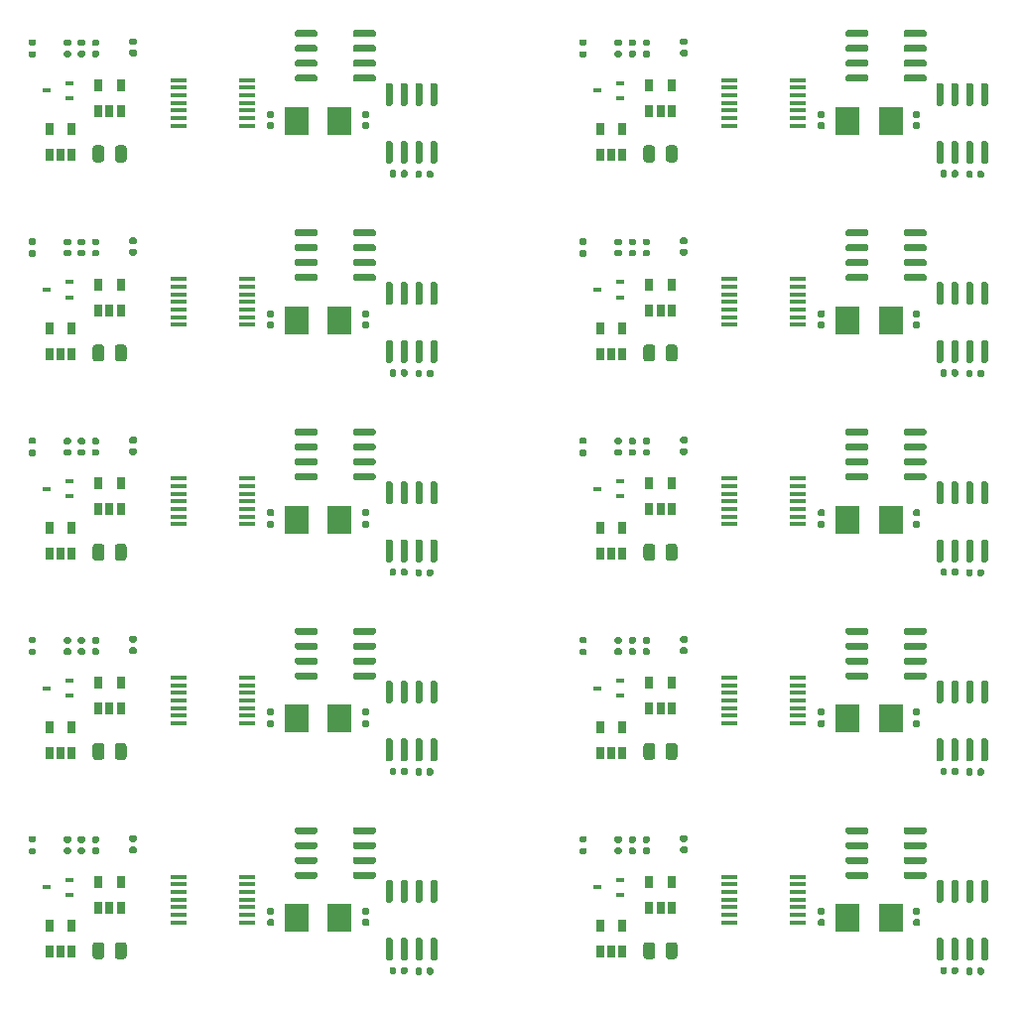
<source format=gbr>
G04 #@! TF.GenerationSoftware,KiCad,Pcbnew,(5.1.9)-1*
G04 #@! TF.CreationDate,2021-05-15T12:51:58+10:00*
G04 #@! TF.ProjectId,microBoSL-panel,6d696372-6f42-46f5-934c-2d70616e656c,rev?*
G04 #@! TF.SameCoordinates,Original*
G04 #@! TF.FileFunction,Paste,Bot*
G04 #@! TF.FilePolarity,Positive*
%FSLAX46Y46*%
G04 Gerber Fmt 4.6, Leading zero omitted, Abs format (unit mm)*
G04 Created by KiCad (PCBNEW (5.1.9)-1) date 2021-05-15 12:51:58*
%MOMM*%
%LPD*%
G01*
G04 APERTURE LIST*
%ADD10R,1.450000X0.450000*%
%ADD11R,0.700000X0.450000*%
%ADD12R,0.650000X1.060000*%
%ADD13R,2.000000X2.400000*%
G04 APERTURE END LIST*
D10*
X97250006Y-115800033D03*
X97250006Y-116450033D03*
X97250006Y-117100033D03*
X97250006Y-117750033D03*
X97250006Y-118400033D03*
X97250006Y-119050033D03*
X97250006Y-119700033D03*
X91350006Y-119700033D03*
X91350006Y-119050033D03*
X91350006Y-118400033D03*
X91350006Y-117750033D03*
X91350006Y-117100033D03*
X91350006Y-116450033D03*
X91350006Y-115800033D03*
G36*
G01*
X107177506Y-118448033D02*
X107522506Y-118448033D01*
G75*
G02*
X107670006Y-118595533I0J-147500D01*
G01*
X107670006Y-118890533D01*
G75*
G02*
X107522506Y-119038033I-147500J0D01*
G01*
X107177506Y-119038033D01*
G75*
G02*
X107030006Y-118890533I0J147500D01*
G01*
X107030006Y-118595533D01*
G75*
G02*
X107177506Y-118448033I147500J0D01*
G01*
G37*
G36*
G01*
X107177506Y-119418033D02*
X107522506Y-119418033D01*
G75*
G02*
X107670006Y-119565533I0J-147500D01*
G01*
X107670006Y-119860533D01*
G75*
G02*
X107522506Y-120008033I-147500J0D01*
G01*
X107177506Y-120008033D01*
G75*
G02*
X107030006Y-119860533I0J147500D01*
G01*
X107030006Y-119565533D01*
G75*
G02*
X107177506Y-119418033I147500J0D01*
G01*
G37*
G36*
G01*
X99398506Y-120008033D02*
X99053506Y-120008033D01*
G75*
G02*
X98906006Y-119860533I0J147500D01*
G01*
X98906006Y-119565533D01*
G75*
G02*
X99053506Y-119418033I147500J0D01*
G01*
X99398506Y-119418033D01*
G75*
G02*
X99546006Y-119565533I0J-147500D01*
G01*
X99546006Y-119860533D01*
G75*
G02*
X99398506Y-120008033I-147500J0D01*
G01*
G37*
G36*
G01*
X99398506Y-119038033D02*
X99053506Y-119038033D01*
G75*
G02*
X98906006Y-118890533I0J147500D01*
G01*
X98906006Y-118595533D01*
G75*
G02*
X99053506Y-118448033I147500J0D01*
G01*
X99398506Y-118448033D01*
G75*
G02*
X99546006Y-118595533I0J-147500D01*
G01*
X99546006Y-118890533D01*
G75*
G02*
X99398506Y-119038033I-147500J0D01*
G01*
G37*
G36*
G01*
X87672506Y-113795033D02*
X87327506Y-113795033D01*
G75*
G02*
X87180006Y-113647533I0J147500D01*
G01*
X87180006Y-113352533D01*
G75*
G02*
X87327506Y-113205033I147500J0D01*
G01*
X87672506Y-113205033D01*
G75*
G02*
X87820006Y-113352533I0J-147500D01*
G01*
X87820006Y-113647533D01*
G75*
G02*
X87672506Y-113795033I-147500J0D01*
G01*
G37*
G36*
G01*
X87672506Y-112825033D02*
X87327506Y-112825033D01*
G75*
G02*
X87180006Y-112677533I0J147500D01*
G01*
X87180006Y-112382533D01*
G75*
G02*
X87327506Y-112235033I147500J0D01*
G01*
X87672506Y-112235033D01*
G75*
G02*
X87820006Y-112382533I0J-147500D01*
G01*
X87820006Y-112677533D01*
G75*
G02*
X87672506Y-112825033I-147500J0D01*
G01*
G37*
G36*
G01*
X86950006Y-121625033D02*
X86950006Y-122575033D01*
G75*
G02*
X86700006Y-122825033I-250000J0D01*
G01*
X86200006Y-122825033D01*
G75*
G02*
X85950006Y-122575033I0J250000D01*
G01*
X85950006Y-121625033D01*
G75*
G02*
X86200006Y-121375033I250000J0D01*
G01*
X86700006Y-121375033D01*
G75*
G02*
X86950006Y-121625033I0J-250000D01*
G01*
G37*
G36*
G01*
X85050006Y-121625033D02*
X85050006Y-122575033D01*
G75*
G02*
X84800006Y-122825033I-250000J0D01*
G01*
X84300006Y-122825033D01*
G75*
G02*
X84050006Y-122575033I0J250000D01*
G01*
X84050006Y-121625033D01*
G75*
G02*
X84300006Y-121375033I250000J0D01*
G01*
X84800006Y-121375033D01*
G75*
G02*
X85050006Y-121625033I0J-250000D01*
G01*
G37*
G36*
G01*
X83270006Y-113860033D02*
X82930006Y-113860033D01*
G75*
G02*
X82790006Y-113720033I0J140000D01*
G01*
X82790006Y-113440033D01*
G75*
G02*
X82930006Y-113300033I140000J0D01*
G01*
X83270006Y-113300033D01*
G75*
G02*
X83410006Y-113440033I0J-140000D01*
G01*
X83410006Y-113720033D01*
G75*
G02*
X83270006Y-113860033I-140000J0D01*
G01*
G37*
G36*
G01*
X83270006Y-112900033D02*
X82930006Y-112900033D01*
G75*
G02*
X82790006Y-112760033I0J140000D01*
G01*
X82790006Y-112480033D01*
G75*
G02*
X82930006Y-112340033I140000J0D01*
G01*
X83270006Y-112340033D01*
G75*
G02*
X83410006Y-112480033I0J-140000D01*
G01*
X83410006Y-112760033D01*
G75*
G02*
X83270006Y-112900033I-140000J0D01*
G01*
G37*
D11*
X82100006Y-116050033D03*
X82100006Y-117350033D03*
X80100006Y-116700033D03*
G36*
G01*
X79085006Y-113880033D02*
X78715006Y-113880033D01*
G75*
G02*
X78580006Y-113745033I0J135000D01*
G01*
X78580006Y-113475033D01*
G75*
G02*
X78715006Y-113340033I135000J0D01*
G01*
X79085006Y-113340033D01*
G75*
G02*
X79220006Y-113475033I0J-135000D01*
G01*
X79220006Y-113745033D01*
G75*
G02*
X79085006Y-113880033I-135000J0D01*
G01*
G37*
G36*
G01*
X79085006Y-112860033D02*
X78715006Y-112860033D01*
G75*
G02*
X78580006Y-112725033I0J135000D01*
G01*
X78580006Y-112455033D01*
G75*
G02*
X78715006Y-112320033I135000J0D01*
G01*
X79085006Y-112320033D01*
G75*
G02*
X79220006Y-112455033I0J-135000D01*
G01*
X79220006Y-112725033D01*
G75*
G02*
X79085006Y-112860033I-135000J0D01*
G01*
G37*
G36*
G01*
X84130006Y-112340033D02*
X84470006Y-112340033D01*
G75*
G02*
X84610006Y-112480033I0J-140000D01*
G01*
X84610006Y-112760033D01*
G75*
G02*
X84470006Y-112900033I-140000J0D01*
G01*
X84130006Y-112900033D01*
G75*
G02*
X83990006Y-112760033I0J140000D01*
G01*
X83990006Y-112480033D01*
G75*
G02*
X84130006Y-112340033I140000J0D01*
G01*
G37*
G36*
G01*
X84130006Y-113300033D02*
X84470006Y-113300033D01*
G75*
G02*
X84610006Y-113440033I0J-140000D01*
G01*
X84610006Y-113720033D01*
G75*
G02*
X84470006Y-113860033I-140000J0D01*
G01*
X84130006Y-113860033D01*
G75*
G02*
X83990006Y-113720033I0J140000D01*
G01*
X83990006Y-113440033D01*
G75*
G02*
X84130006Y-113300033I140000J0D01*
G01*
G37*
G36*
G01*
X82070006Y-113860033D02*
X81730006Y-113860033D01*
G75*
G02*
X81590006Y-113720033I0J140000D01*
G01*
X81590006Y-113440033D01*
G75*
G02*
X81730006Y-113300033I140000J0D01*
G01*
X82070006Y-113300033D01*
G75*
G02*
X82210006Y-113440033I0J-140000D01*
G01*
X82210006Y-113720033D01*
G75*
G02*
X82070006Y-113860033I-140000J0D01*
G01*
G37*
G36*
G01*
X82070006Y-112900033D02*
X81730006Y-112900033D01*
G75*
G02*
X81590006Y-112760033I0J140000D01*
G01*
X81590006Y-112480033D01*
G75*
G02*
X81730006Y-112340033I140000J0D01*
G01*
X82070006Y-112340033D01*
G75*
G02*
X82210006Y-112480033I0J-140000D01*
G01*
X82210006Y-112760033D01*
G75*
G02*
X82070006Y-112900033I-140000J0D01*
G01*
G37*
D12*
X82250006Y-122200033D03*
X81300006Y-122200033D03*
X80350006Y-122200033D03*
X80350006Y-120000033D03*
X82250006Y-120000033D03*
X86450006Y-118442033D03*
X85500006Y-118442033D03*
X84550006Y-118442033D03*
X84550006Y-116242033D03*
X86450006Y-116242033D03*
G36*
G01*
X101300006Y-115805033D02*
X101300006Y-115505033D01*
G75*
G02*
X101450006Y-115355033I150000J0D01*
G01*
X103100006Y-115355033D01*
G75*
G02*
X103250006Y-115505033I0J-150000D01*
G01*
X103250006Y-115805033D01*
G75*
G02*
X103100006Y-115955033I-150000J0D01*
G01*
X101450006Y-115955033D01*
G75*
G02*
X101300006Y-115805033I0J150000D01*
G01*
G37*
G36*
G01*
X101300006Y-114535033D02*
X101300006Y-114235033D01*
G75*
G02*
X101450006Y-114085033I150000J0D01*
G01*
X103100006Y-114085033D01*
G75*
G02*
X103250006Y-114235033I0J-150000D01*
G01*
X103250006Y-114535033D01*
G75*
G02*
X103100006Y-114685033I-150000J0D01*
G01*
X101450006Y-114685033D01*
G75*
G02*
X101300006Y-114535033I0J150000D01*
G01*
G37*
G36*
G01*
X101300006Y-113265033D02*
X101300006Y-112965033D01*
G75*
G02*
X101450006Y-112815033I150000J0D01*
G01*
X103100006Y-112815033D01*
G75*
G02*
X103250006Y-112965033I0J-150000D01*
G01*
X103250006Y-113265033D01*
G75*
G02*
X103100006Y-113415033I-150000J0D01*
G01*
X101450006Y-113415033D01*
G75*
G02*
X101300006Y-113265033I0J150000D01*
G01*
G37*
G36*
G01*
X101300006Y-111995033D02*
X101300006Y-111695033D01*
G75*
G02*
X101450006Y-111545033I150000J0D01*
G01*
X103100006Y-111545033D01*
G75*
G02*
X103250006Y-111695033I0J-150000D01*
G01*
X103250006Y-111995033D01*
G75*
G02*
X103100006Y-112145033I-150000J0D01*
G01*
X101450006Y-112145033D01*
G75*
G02*
X101300006Y-111995033I0J150000D01*
G01*
G37*
G36*
G01*
X106250006Y-111995033D02*
X106250006Y-111695033D01*
G75*
G02*
X106400006Y-111545033I150000J0D01*
G01*
X108050006Y-111545033D01*
G75*
G02*
X108200006Y-111695033I0J-150000D01*
G01*
X108200006Y-111995033D01*
G75*
G02*
X108050006Y-112145033I-150000J0D01*
G01*
X106400006Y-112145033D01*
G75*
G02*
X106250006Y-111995033I0J150000D01*
G01*
G37*
G36*
G01*
X106250006Y-113265033D02*
X106250006Y-112965033D01*
G75*
G02*
X106400006Y-112815033I150000J0D01*
G01*
X108050006Y-112815033D01*
G75*
G02*
X108200006Y-112965033I0J-150000D01*
G01*
X108200006Y-113265033D01*
G75*
G02*
X108050006Y-113415033I-150000J0D01*
G01*
X106400006Y-113415033D01*
G75*
G02*
X106250006Y-113265033I0J150000D01*
G01*
G37*
G36*
G01*
X106250006Y-114535033D02*
X106250006Y-114235033D01*
G75*
G02*
X106400006Y-114085033I150000J0D01*
G01*
X108050006Y-114085033D01*
G75*
G02*
X108200006Y-114235033I0J-150000D01*
G01*
X108200006Y-114535033D01*
G75*
G02*
X108050006Y-114685033I-150000J0D01*
G01*
X106400006Y-114685033D01*
G75*
G02*
X106250006Y-114535033I0J150000D01*
G01*
G37*
G36*
G01*
X106250006Y-115805033D02*
X106250006Y-115505033D01*
G75*
G02*
X106400006Y-115355033I150000J0D01*
G01*
X108050006Y-115355033D01*
G75*
G02*
X108200006Y-115505033I0J-150000D01*
G01*
X108200006Y-115805033D01*
G75*
G02*
X108050006Y-115955033I-150000J0D01*
G01*
X106400006Y-115955033D01*
G75*
G02*
X106250006Y-115805033I0J150000D01*
G01*
G37*
D13*
X105140006Y-119300033D03*
X101440006Y-119300033D03*
G36*
G01*
X109390006Y-123970033D02*
X109390006Y-123630033D01*
G75*
G02*
X109530006Y-123490033I140000J0D01*
G01*
X109810006Y-123490033D01*
G75*
G02*
X109950006Y-123630033I0J-140000D01*
G01*
X109950006Y-123970033D01*
G75*
G02*
X109810006Y-124110033I-140000J0D01*
G01*
X109530006Y-124110033D01*
G75*
G02*
X109390006Y-123970033I0J140000D01*
G01*
G37*
G36*
G01*
X110350006Y-123970033D02*
X110350006Y-123630033D01*
G75*
G02*
X110490006Y-123490033I140000J0D01*
G01*
X110770006Y-123490033D01*
G75*
G02*
X110910006Y-123630033I0J-140000D01*
G01*
X110910006Y-123970033D01*
G75*
G02*
X110770006Y-124110033I-140000J0D01*
G01*
X110490006Y-124110033D01*
G75*
G02*
X110350006Y-123970033I0J140000D01*
G01*
G37*
G36*
G01*
X111590006Y-124020033D02*
X111590006Y-123680033D01*
G75*
G02*
X111730006Y-123540033I140000J0D01*
G01*
X112010006Y-123540033D01*
G75*
G02*
X112150006Y-123680033I0J-140000D01*
G01*
X112150006Y-124020033D01*
G75*
G02*
X112010006Y-124160033I-140000J0D01*
G01*
X111730006Y-124160033D01*
G75*
G02*
X111590006Y-124020033I0J140000D01*
G01*
G37*
G36*
G01*
X112550006Y-124020033D02*
X112550006Y-123680033D01*
G75*
G02*
X112690006Y-123540033I140000J0D01*
G01*
X112970006Y-123540033D01*
G75*
G02*
X113110006Y-123680033I0J-140000D01*
G01*
X113110006Y-124020033D01*
G75*
G02*
X112970006Y-124160033I-140000J0D01*
G01*
X112690006Y-124160033D01*
G75*
G02*
X112550006Y-124020033I0J140000D01*
G01*
G37*
G36*
G01*
X113305006Y-122950033D02*
X113005006Y-122950033D01*
G75*
G02*
X112855006Y-122800033I0J150000D01*
G01*
X112855006Y-121150033D01*
G75*
G02*
X113005006Y-121000033I150000J0D01*
G01*
X113305006Y-121000033D01*
G75*
G02*
X113455006Y-121150033I0J-150000D01*
G01*
X113455006Y-122800033D01*
G75*
G02*
X113305006Y-122950033I-150000J0D01*
G01*
G37*
G36*
G01*
X112035006Y-122950033D02*
X111735006Y-122950033D01*
G75*
G02*
X111585006Y-122800033I0J150000D01*
G01*
X111585006Y-121150033D01*
G75*
G02*
X111735006Y-121000033I150000J0D01*
G01*
X112035006Y-121000033D01*
G75*
G02*
X112185006Y-121150033I0J-150000D01*
G01*
X112185006Y-122800033D01*
G75*
G02*
X112035006Y-122950033I-150000J0D01*
G01*
G37*
G36*
G01*
X110765006Y-122950033D02*
X110465006Y-122950033D01*
G75*
G02*
X110315006Y-122800033I0J150000D01*
G01*
X110315006Y-121150033D01*
G75*
G02*
X110465006Y-121000033I150000J0D01*
G01*
X110765006Y-121000033D01*
G75*
G02*
X110915006Y-121150033I0J-150000D01*
G01*
X110915006Y-122800033D01*
G75*
G02*
X110765006Y-122950033I-150000J0D01*
G01*
G37*
G36*
G01*
X109495006Y-122950033D02*
X109195006Y-122950033D01*
G75*
G02*
X109045006Y-122800033I0J150000D01*
G01*
X109045006Y-121150033D01*
G75*
G02*
X109195006Y-121000033I150000J0D01*
G01*
X109495006Y-121000033D01*
G75*
G02*
X109645006Y-121150033I0J-150000D01*
G01*
X109645006Y-122800033D01*
G75*
G02*
X109495006Y-122950033I-150000J0D01*
G01*
G37*
G36*
G01*
X109495006Y-118000033D02*
X109195006Y-118000033D01*
G75*
G02*
X109045006Y-117850033I0J150000D01*
G01*
X109045006Y-116200033D01*
G75*
G02*
X109195006Y-116050033I150000J0D01*
G01*
X109495006Y-116050033D01*
G75*
G02*
X109645006Y-116200033I0J-150000D01*
G01*
X109645006Y-117850033D01*
G75*
G02*
X109495006Y-118000033I-150000J0D01*
G01*
G37*
G36*
G01*
X110765006Y-118000033D02*
X110465006Y-118000033D01*
G75*
G02*
X110315006Y-117850033I0J150000D01*
G01*
X110315006Y-116200033D01*
G75*
G02*
X110465006Y-116050033I150000J0D01*
G01*
X110765006Y-116050033D01*
G75*
G02*
X110915006Y-116200033I0J-150000D01*
G01*
X110915006Y-117850033D01*
G75*
G02*
X110765006Y-118000033I-150000J0D01*
G01*
G37*
G36*
G01*
X112035006Y-118000033D02*
X111735006Y-118000033D01*
G75*
G02*
X111585006Y-117850033I0J150000D01*
G01*
X111585006Y-116200033D01*
G75*
G02*
X111735006Y-116050033I150000J0D01*
G01*
X112035006Y-116050033D01*
G75*
G02*
X112185006Y-116200033I0J-150000D01*
G01*
X112185006Y-117850033D01*
G75*
G02*
X112035006Y-118000033I-150000J0D01*
G01*
G37*
G36*
G01*
X113305006Y-118000033D02*
X113005006Y-118000033D01*
G75*
G02*
X112855006Y-117850033I0J150000D01*
G01*
X112855006Y-116200033D01*
G75*
G02*
X113005006Y-116050033I150000J0D01*
G01*
X113305006Y-116050033D01*
G75*
G02*
X113455006Y-116200033I0J-150000D01*
G01*
X113455006Y-117850033D01*
G75*
G02*
X113305006Y-118000033I-150000J0D01*
G01*
G37*
D10*
X50249997Y-115800033D03*
X50249997Y-116450033D03*
X50249997Y-117100033D03*
X50249997Y-117750033D03*
X50249997Y-118400033D03*
X50249997Y-119050033D03*
X50249997Y-119700033D03*
X44349997Y-119700033D03*
X44349997Y-119050033D03*
X44349997Y-118400033D03*
X44349997Y-117750033D03*
X44349997Y-117100033D03*
X44349997Y-116450033D03*
X44349997Y-115800033D03*
G36*
G01*
X60177497Y-118448033D02*
X60522497Y-118448033D01*
G75*
G02*
X60669997Y-118595533I0J-147500D01*
G01*
X60669997Y-118890533D01*
G75*
G02*
X60522497Y-119038033I-147500J0D01*
G01*
X60177497Y-119038033D01*
G75*
G02*
X60029997Y-118890533I0J147500D01*
G01*
X60029997Y-118595533D01*
G75*
G02*
X60177497Y-118448033I147500J0D01*
G01*
G37*
G36*
G01*
X60177497Y-119418033D02*
X60522497Y-119418033D01*
G75*
G02*
X60669997Y-119565533I0J-147500D01*
G01*
X60669997Y-119860533D01*
G75*
G02*
X60522497Y-120008033I-147500J0D01*
G01*
X60177497Y-120008033D01*
G75*
G02*
X60029997Y-119860533I0J147500D01*
G01*
X60029997Y-119565533D01*
G75*
G02*
X60177497Y-119418033I147500J0D01*
G01*
G37*
G36*
G01*
X52398497Y-120008033D02*
X52053497Y-120008033D01*
G75*
G02*
X51905997Y-119860533I0J147500D01*
G01*
X51905997Y-119565533D01*
G75*
G02*
X52053497Y-119418033I147500J0D01*
G01*
X52398497Y-119418033D01*
G75*
G02*
X52545997Y-119565533I0J-147500D01*
G01*
X52545997Y-119860533D01*
G75*
G02*
X52398497Y-120008033I-147500J0D01*
G01*
G37*
G36*
G01*
X52398497Y-119038033D02*
X52053497Y-119038033D01*
G75*
G02*
X51905997Y-118890533I0J147500D01*
G01*
X51905997Y-118595533D01*
G75*
G02*
X52053497Y-118448033I147500J0D01*
G01*
X52398497Y-118448033D01*
G75*
G02*
X52545997Y-118595533I0J-147500D01*
G01*
X52545997Y-118890533D01*
G75*
G02*
X52398497Y-119038033I-147500J0D01*
G01*
G37*
G36*
G01*
X40672497Y-113795033D02*
X40327497Y-113795033D01*
G75*
G02*
X40179997Y-113647533I0J147500D01*
G01*
X40179997Y-113352533D01*
G75*
G02*
X40327497Y-113205033I147500J0D01*
G01*
X40672497Y-113205033D01*
G75*
G02*
X40819997Y-113352533I0J-147500D01*
G01*
X40819997Y-113647533D01*
G75*
G02*
X40672497Y-113795033I-147500J0D01*
G01*
G37*
G36*
G01*
X40672497Y-112825033D02*
X40327497Y-112825033D01*
G75*
G02*
X40179997Y-112677533I0J147500D01*
G01*
X40179997Y-112382533D01*
G75*
G02*
X40327497Y-112235033I147500J0D01*
G01*
X40672497Y-112235033D01*
G75*
G02*
X40819997Y-112382533I0J-147500D01*
G01*
X40819997Y-112677533D01*
G75*
G02*
X40672497Y-112825033I-147500J0D01*
G01*
G37*
G36*
G01*
X39949997Y-121625033D02*
X39949997Y-122575033D01*
G75*
G02*
X39699997Y-122825033I-250000J0D01*
G01*
X39199997Y-122825033D01*
G75*
G02*
X38949997Y-122575033I0J250000D01*
G01*
X38949997Y-121625033D01*
G75*
G02*
X39199997Y-121375033I250000J0D01*
G01*
X39699997Y-121375033D01*
G75*
G02*
X39949997Y-121625033I0J-250000D01*
G01*
G37*
G36*
G01*
X38049997Y-121625033D02*
X38049997Y-122575033D01*
G75*
G02*
X37799997Y-122825033I-250000J0D01*
G01*
X37299997Y-122825033D01*
G75*
G02*
X37049997Y-122575033I0J250000D01*
G01*
X37049997Y-121625033D01*
G75*
G02*
X37299997Y-121375033I250000J0D01*
G01*
X37799997Y-121375033D01*
G75*
G02*
X38049997Y-121625033I0J-250000D01*
G01*
G37*
G36*
G01*
X36269997Y-113860033D02*
X35929997Y-113860033D01*
G75*
G02*
X35789997Y-113720033I0J140000D01*
G01*
X35789997Y-113440033D01*
G75*
G02*
X35929997Y-113300033I140000J0D01*
G01*
X36269997Y-113300033D01*
G75*
G02*
X36409997Y-113440033I0J-140000D01*
G01*
X36409997Y-113720033D01*
G75*
G02*
X36269997Y-113860033I-140000J0D01*
G01*
G37*
G36*
G01*
X36269997Y-112900033D02*
X35929997Y-112900033D01*
G75*
G02*
X35789997Y-112760033I0J140000D01*
G01*
X35789997Y-112480033D01*
G75*
G02*
X35929997Y-112340033I140000J0D01*
G01*
X36269997Y-112340033D01*
G75*
G02*
X36409997Y-112480033I0J-140000D01*
G01*
X36409997Y-112760033D01*
G75*
G02*
X36269997Y-112900033I-140000J0D01*
G01*
G37*
D11*
X35099997Y-116050033D03*
X35099997Y-117350033D03*
X33099997Y-116700033D03*
G36*
G01*
X32084997Y-113880033D02*
X31714997Y-113880033D01*
G75*
G02*
X31579997Y-113745033I0J135000D01*
G01*
X31579997Y-113475033D01*
G75*
G02*
X31714997Y-113340033I135000J0D01*
G01*
X32084997Y-113340033D01*
G75*
G02*
X32219997Y-113475033I0J-135000D01*
G01*
X32219997Y-113745033D01*
G75*
G02*
X32084997Y-113880033I-135000J0D01*
G01*
G37*
G36*
G01*
X32084997Y-112860033D02*
X31714997Y-112860033D01*
G75*
G02*
X31579997Y-112725033I0J135000D01*
G01*
X31579997Y-112455033D01*
G75*
G02*
X31714997Y-112320033I135000J0D01*
G01*
X32084997Y-112320033D01*
G75*
G02*
X32219997Y-112455033I0J-135000D01*
G01*
X32219997Y-112725033D01*
G75*
G02*
X32084997Y-112860033I-135000J0D01*
G01*
G37*
G36*
G01*
X37129997Y-112340033D02*
X37469997Y-112340033D01*
G75*
G02*
X37609997Y-112480033I0J-140000D01*
G01*
X37609997Y-112760033D01*
G75*
G02*
X37469997Y-112900033I-140000J0D01*
G01*
X37129997Y-112900033D01*
G75*
G02*
X36989997Y-112760033I0J140000D01*
G01*
X36989997Y-112480033D01*
G75*
G02*
X37129997Y-112340033I140000J0D01*
G01*
G37*
G36*
G01*
X37129997Y-113300033D02*
X37469997Y-113300033D01*
G75*
G02*
X37609997Y-113440033I0J-140000D01*
G01*
X37609997Y-113720033D01*
G75*
G02*
X37469997Y-113860033I-140000J0D01*
G01*
X37129997Y-113860033D01*
G75*
G02*
X36989997Y-113720033I0J140000D01*
G01*
X36989997Y-113440033D01*
G75*
G02*
X37129997Y-113300033I140000J0D01*
G01*
G37*
G36*
G01*
X35069997Y-113860033D02*
X34729997Y-113860033D01*
G75*
G02*
X34589997Y-113720033I0J140000D01*
G01*
X34589997Y-113440033D01*
G75*
G02*
X34729997Y-113300033I140000J0D01*
G01*
X35069997Y-113300033D01*
G75*
G02*
X35209997Y-113440033I0J-140000D01*
G01*
X35209997Y-113720033D01*
G75*
G02*
X35069997Y-113860033I-140000J0D01*
G01*
G37*
G36*
G01*
X35069997Y-112900033D02*
X34729997Y-112900033D01*
G75*
G02*
X34589997Y-112760033I0J140000D01*
G01*
X34589997Y-112480033D01*
G75*
G02*
X34729997Y-112340033I140000J0D01*
G01*
X35069997Y-112340033D01*
G75*
G02*
X35209997Y-112480033I0J-140000D01*
G01*
X35209997Y-112760033D01*
G75*
G02*
X35069997Y-112900033I-140000J0D01*
G01*
G37*
D12*
X35249997Y-122200033D03*
X34299997Y-122200033D03*
X33349997Y-122200033D03*
X33349997Y-120000033D03*
X35249997Y-120000033D03*
X39449997Y-118442033D03*
X38499997Y-118442033D03*
X37549997Y-118442033D03*
X37549997Y-116242033D03*
X39449997Y-116242033D03*
G36*
G01*
X54299997Y-115805033D02*
X54299997Y-115505033D01*
G75*
G02*
X54449997Y-115355033I150000J0D01*
G01*
X56099997Y-115355033D01*
G75*
G02*
X56249997Y-115505033I0J-150000D01*
G01*
X56249997Y-115805033D01*
G75*
G02*
X56099997Y-115955033I-150000J0D01*
G01*
X54449997Y-115955033D01*
G75*
G02*
X54299997Y-115805033I0J150000D01*
G01*
G37*
G36*
G01*
X54299997Y-114535033D02*
X54299997Y-114235033D01*
G75*
G02*
X54449997Y-114085033I150000J0D01*
G01*
X56099997Y-114085033D01*
G75*
G02*
X56249997Y-114235033I0J-150000D01*
G01*
X56249997Y-114535033D01*
G75*
G02*
X56099997Y-114685033I-150000J0D01*
G01*
X54449997Y-114685033D01*
G75*
G02*
X54299997Y-114535033I0J150000D01*
G01*
G37*
G36*
G01*
X54299997Y-113265033D02*
X54299997Y-112965033D01*
G75*
G02*
X54449997Y-112815033I150000J0D01*
G01*
X56099997Y-112815033D01*
G75*
G02*
X56249997Y-112965033I0J-150000D01*
G01*
X56249997Y-113265033D01*
G75*
G02*
X56099997Y-113415033I-150000J0D01*
G01*
X54449997Y-113415033D01*
G75*
G02*
X54299997Y-113265033I0J150000D01*
G01*
G37*
G36*
G01*
X54299997Y-111995033D02*
X54299997Y-111695033D01*
G75*
G02*
X54449997Y-111545033I150000J0D01*
G01*
X56099997Y-111545033D01*
G75*
G02*
X56249997Y-111695033I0J-150000D01*
G01*
X56249997Y-111995033D01*
G75*
G02*
X56099997Y-112145033I-150000J0D01*
G01*
X54449997Y-112145033D01*
G75*
G02*
X54299997Y-111995033I0J150000D01*
G01*
G37*
G36*
G01*
X59249997Y-111995033D02*
X59249997Y-111695033D01*
G75*
G02*
X59399997Y-111545033I150000J0D01*
G01*
X61049997Y-111545033D01*
G75*
G02*
X61199997Y-111695033I0J-150000D01*
G01*
X61199997Y-111995033D01*
G75*
G02*
X61049997Y-112145033I-150000J0D01*
G01*
X59399997Y-112145033D01*
G75*
G02*
X59249997Y-111995033I0J150000D01*
G01*
G37*
G36*
G01*
X59249997Y-113265033D02*
X59249997Y-112965033D01*
G75*
G02*
X59399997Y-112815033I150000J0D01*
G01*
X61049997Y-112815033D01*
G75*
G02*
X61199997Y-112965033I0J-150000D01*
G01*
X61199997Y-113265033D01*
G75*
G02*
X61049997Y-113415033I-150000J0D01*
G01*
X59399997Y-113415033D01*
G75*
G02*
X59249997Y-113265033I0J150000D01*
G01*
G37*
G36*
G01*
X59249997Y-114535033D02*
X59249997Y-114235033D01*
G75*
G02*
X59399997Y-114085033I150000J0D01*
G01*
X61049997Y-114085033D01*
G75*
G02*
X61199997Y-114235033I0J-150000D01*
G01*
X61199997Y-114535033D01*
G75*
G02*
X61049997Y-114685033I-150000J0D01*
G01*
X59399997Y-114685033D01*
G75*
G02*
X59249997Y-114535033I0J150000D01*
G01*
G37*
G36*
G01*
X59249997Y-115805033D02*
X59249997Y-115505033D01*
G75*
G02*
X59399997Y-115355033I150000J0D01*
G01*
X61049997Y-115355033D01*
G75*
G02*
X61199997Y-115505033I0J-150000D01*
G01*
X61199997Y-115805033D01*
G75*
G02*
X61049997Y-115955033I-150000J0D01*
G01*
X59399997Y-115955033D01*
G75*
G02*
X59249997Y-115805033I0J150000D01*
G01*
G37*
D13*
X58139997Y-119300033D03*
X54439997Y-119300033D03*
G36*
G01*
X62389997Y-123970033D02*
X62389997Y-123630033D01*
G75*
G02*
X62529997Y-123490033I140000J0D01*
G01*
X62809997Y-123490033D01*
G75*
G02*
X62949997Y-123630033I0J-140000D01*
G01*
X62949997Y-123970033D01*
G75*
G02*
X62809997Y-124110033I-140000J0D01*
G01*
X62529997Y-124110033D01*
G75*
G02*
X62389997Y-123970033I0J140000D01*
G01*
G37*
G36*
G01*
X63349997Y-123970033D02*
X63349997Y-123630033D01*
G75*
G02*
X63489997Y-123490033I140000J0D01*
G01*
X63769997Y-123490033D01*
G75*
G02*
X63909997Y-123630033I0J-140000D01*
G01*
X63909997Y-123970033D01*
G75*
G02*
X63769997Y-124110033I-140000J0D01*
G01*
X63489997Y-124110033D01*
G75*
G02*
X63349997Y-123970033I0J140000D01*
G01*
G37*
G36*
G01*
X64589997Y-124020033D02*
X64589997Y-123680033D01*
G75*
G02*
X64729997Y-123540033I140000J0D01*
G01*
X65009997Y-123540033D01*
G75*
G02*
X65149997Y-123680033I0J-140000D01*
G01*
X65149997Y-124020033D01*
G75*
G02*
X65009997Y-124160033I-140000J0D01*
G01*
X64729997Y-124160033D01*
G75*
G02*
X64589997Y-124020033I0J140000D01*
G01*
G37*
G36*
G01*
X65549997Y-124020033D02*
X65549997Y-123680033D01*
G75*
G02*
X65689997Y-123540033I140000J0D01*
G01*
X65969997Y-123540033D01*
G75*
G02*
X66109997Y-123680033I0J-140000D01*
G01*
X66109997Y-124020033D01*
G75*
G02*
X65969997Y-124160033I-140000J0D01*
G01*
X65689997Y-124160033D01*
G75*
G02*
X65549997Y-124020033I0J140000D01*
G01*
G37*
G36*
G01*
X66304997Y-122950033D02*
X66004997Y-122950033D01*
G75*
G02*
X65854997Y-122800033I0J150000D01*
G01*
X65854997Y-121150033D01*
G75*
G02*
X66004997Y-121000033I150000J0D01*
G01*
X66304997Y-121000033D01*
G75*
G02*
X66454997Y-121150033I0J-150000D01*
G01*
X66454997Y-122800033D01*
G75*
G02*
X66304997Y-122950033I-150000J0D01*
G01*
G37*
G36*
G01*
X65034997Y-122950033D02*
X64734997Y-122950033D01*
G75*
G02*
X64584997Y-122800033I0J150000D01*
G01*
X64584997Y-121150033D01*
G75*
G02*
X64734997Y-121000033I150000J0D01*
G01*
X65034997Y-121000033D01*
G75*
G02*
X65184997Y-121150033I0J-150000D01*
G01*
X65184997Y-122800033D01*
G75*
G02*
X65034997Y-122950033I-150000J0D01*
G01*
G37*
G36*
G01*
X63764997Y-122950033D02*
X63464997Y-122950033D01*
G75*
G02*
X63314997Y-122800033I0J150000D01*
G01*
X63314997Y-121150033D01*
G75*
G02*
X63464997Y-121000033I150000J0D01*
G01*
X63764997Y-121000033D01*
G75*
G02*
X63914997Y-121150033I0J-150000D01*
G01*
X63914997Y-122800033D01*
G75*
G02*
X63764997Y-122950033I-150000J0D01*
G01*
G37*
G36*
G01*
X62494997Y-122950033D02*
X62194997Y-122950033D01*
G75*
G02*
X62044997Y-122800033I0J150000D01*
G01*
X62044997Y-121150033D01*
G75*
G02*
X62194997Y-121000033I150000J0D01*
G01*
X62494997Y-121000033D01*
G75*
G02*
X62644997Y-121150033I0J-150000D01*
G01*
X62644997Y-122800033D01*
G75*
G02*
X62494997Y-122950033I-150000J0D01*
G01*
G37*
G36*
G01*
X62494997Y-118000033D02*
X62194997Y-118000033D01*
G75*
G02*
X62044997Y-117850033I0J150000D01*
G01*
X62044997Y-116200033D01*
G75*
G02*
X62194997Y-116050033I150000J0D01*
G01*
X62494997Y-116050033D01*
G75*
G02*
X62644997Y-116200033I0J-150000D01*
G01*
X62644997Y-117850033D01*
G75*
G02*
X62494997Y-118000033I-150000J0D01*
G01*
G37*
G36*
G01*
X63764997Y-118000033D02*
X63464997Y-118000033D01*
G75*
G02*
X63314997Y-117850033I0J150000D01*
G01*
X63314997Y-116200033D01*
G75*
G02*
X63464997Y-116050033I150000J0D01*
G01*
X63764997Y-116050033D01*
G75*
G02*
X63914997Y-116200033I0J-150000D01*
G01*
X63914997Y-117850033D01*
G75*
G02*
X63764997Y-118000033I-150000J0D01*
G01*
G37*
G36*
G01*
X65034997Y-118000033D02*
X64734997Y-118000033D01*
G75*
G02*
X64584997Y-117850033I0J150000D01*
G01*
X64584997Y-116200033D01*
G75*
G02*
X64734997Y-116050033I150000J0D01*
G01*
X65034997Y-116050033D01*
G75*
G02*
X65184997Y-116200033I0J-150000D01*
G01*
X65184997Y-117850033D01*
G75*
G02*
X65034997Y-118000033I-150000J0D01*
G01*
G37*
G36*
G01*
X66304997Y-118000033D02*
X66004997Y-118000033D01*
G75*
G02*
X65854997Y-117850033I0J150000D01*
G01*
X65854997Y-116200033D01*
G75*
G02*
X66004997Y-116050033I150000J0D01*
G01*
X66304997Y-116050033D01*
G75*
G02*
X66454997Y-116200033I0J-150000D01*
G01*
X66454997Y-117850033D01*
G75*
G02*
X66304997Y-118000033I-150000J0D01*
G01*
G37*
D10*
X97250006Y-98800024D03*
X97250006Y-99450024D03*
X97250006Y-100100024D03*
X97250006Y-100750024D03*
X97250006Y-101400024D03*
X97250006Y-102050024D03*
X97250006Y-102700024D03*
X91350006Y-102700024D03*
X91350006Y-102050024D03*
X91350006Y-101400024D03*
X91350006Y-100750024D03*
X91350006Y-100100024D03*
X91350006Y-99450024D03*
X91350006Y-98800024D03*
G36*
G01*
X107177506Y-101448024D02*
X107522506Y-101448024D01*
G75*
G02*
X107670006Y-101595524I0J-147500D01*
G01*
X107670006Y-101890524D01*
G75*
G02*
X107522506Y-102038024I-147500J0D01*
G01*
X107177506Y-102038024D01*
G75*
G02*
X107030006Y-101890524I0J147500D01*
G01*
X107030006Y-101595524D01*
G75*
G02*
X107177506Y-101448024I147500J0D01*
G01*
G37*
G36*
G01*
X107177506Y-102418024D02*
X107522506Y-102418024D01*
G75*
G02*
X107670006Y-102565524I0J-147500D01*
G01*
X107670006Y-102860524D01*
G75*
G02*
X107522506Y-103008024I-147500J0D01*
G01*
X107177506Y-103008024D01*
G75*
G02*
X107030006Y-102860524I0J147500D01*
G01*
X107030006Y-102565524D01*
G75*
G02*
X107177506Y-102418024I147500J0D01*
G01*
G37*
G36*
G01*
X99398506Y-103008024D02*
X99053506Y-103008024D01*
G75*
G02*
X98906006Y-102860524I0J147500D01*
G01*
X98906006Y-102565524D01*
G75*
G02*
X99053506Y-102418024I147500J0D01*
G01*
X99398506Y-102418024D01*
G75*
G02*
X99546006Y-102565524I0J-147500D01*
G01*
X99546006Y-102860524D01*
G75*
G02*
X99398506Y-103008024I-147500J0D01*
G01*
G37*
G36*
G01*
X99398506Y-102038024D02*
X99053506Y-102038024D01*
G75*
G02*
X98906006Y-101890524I0J147500D01*
G01*
X98906006Y-101595524D01*
G75*
G02*
X99053506Y-101448024I147500J0D01*
G01*
X99398506Y-101448024D01*
G75*
G02*
X99546006Y-101595524I0J-147500D01*
G01*
X99546006Y-101890524D01*
G75*
G02*
X99398506Y-102038024I-147500J0D01*
G01*
G37*
G36*
G01*
X87672506Y-96795024D02*
X87327506Y-96795024D01*
G75*
G02*
X87180006Y-96647524I0J147500D01*
G01*
X87180006Y-96352524D01*
G75*
G02*
X87327506Y-96205024I147500J0D01*
G01*
X87672506Y-96205024D01*
G75*
G02*
X87820006Y-96352524I0J-147500D01*
G01*
X87820006Y-96647524D01*
G75*
G02*
X87672506Y-96795024I-147500J0D01*
G01*
G37*
G36*
G01*
X87672506Y-95825024D02*
X87327506Y-95825024D01*
G75*
G02*
X87180006Y-95677524I0J147500D01*
G01*
X87180006Y-95382524D01*
G75*
G02*
X87327506Y-95235024I147500J0D01*
G01*
X87672506Y-95235024D01*
G75*
G02*
X87820006Y-95382524I0J-147500D01*
G01*
X87820006Y-95677524D01*
G75*
G02*
X87672506Y-95825024I-147500J0D01*
G01*
G37*
G36*
G01*
X86950006Y-104625024D02*
X86950006Y-105575024D01*
G75*
G02*
X86700006Y-105825024I-250000J0D01*
G01*
X86200006Y-105825024D01*
G75*
G02*
X85950006Y-105575024I0J250000D01*
G01*
X85950006Y-104625024D01*
G75*
G02*
X86200006Y-104375024I250000J0D01*
G01*
X86700006Y-104375024D01*
G75*
G02*
X86950006Y-104625024I0J-250000D01*
G01*
G37*
G36*
G01*
X85050006Y-104625024D02*
X85050006Y-105575024D01*
G75*
G02*
X84800006Y-105825024I-250000J0D01*
G01*
X84300006Y-105825024D01*
G75*
G02*
X84050006Y-105575024I0J250000D01*
G01*
X84050006Y-104625024D01*
G75*
G02*
X84300006Y-104375024I250000J0D01*
G01*
X84800006Y-104375024D01*
G75*
G02*
X85050006Y-104625024I0J-250000D01*
G01*
G37*
G36*
G01*
X83270006Y-96860024D02*
X82930006Y-96860024D01*
G75*
G02*
X82790006Y-96720024I0J140000D01*
G01*
X82790006Y-96440024D01*
G75*
G02*
X82930006Y-96300024I140000J0D01*
G01*
X83270006Y-96300024D01*
G75*
G02*
X83410006Y-96440024I0J-140000D01*
G01*
X83410006Y-96720024D01*
G75*
G02*
X83270006Y-96860024I-140000J0D01*
G01*
G37*
G36*
G01*
X83270006Y-95900024D02*
X82930006Y-95900024D01*
G75*
G02*
X82790006Y-95760024I0J140000D01*
G01*
X82790006Y-95480024D01*
G75*
G02*
X82930006Y-95340024I140000J0D01*
G01*
X83270006Y-95340024D01*
G75*
G02*
X83410006Y-95480024I0J-140000D01*
G01*
X83410006Y-95760024D01*
G75*
G02*
X83270006Y-95900024I-140000J0D01*
G01*
G37*
D11*
X82100006Y-99050024D03*
X82100006Y-100350024D03*
X80100006Y-99700024D03*
G36*
G01*
X79085006Y-96880024D02*
X78715006Y-96880024D01*
G75*
G02*
X78580006Y-96745024I0J135000D01*
G01*
X78580006Y-96475024D01*
G75*
G02*
X78715006Y-96340024I135000J0D01*
G01*
X79085006Y-96340024D01*
G75*
G02*
X79220006Y-96475024I0J-135000D01*
G01*
X79220006Y-96745024D01*
G75*
G02*
X79085006Y-96880024I-135000J0D01*
G01*
G37*
G36*
G01*
X79085006Y-95860024D02*
X78715006Y-95860024D01*
G75*
G02*
X78580006Y-95725024I0J135000D01*
G01*
X78580006Y-95455024D01*
G75*
G02*
X78715006Y-95320024I135000J0D01*
G01*
X79085006Y-95320024D01*
G75*
G02*
X79220006Y-95455024I0J-135000D01*
G01*
X79220006Y-95725024D01*
G75*
G02*
X79085006Y-95860024I-135000J0D01*
G01*
G37*
G36*
G01*
X84130006Y-95340024D02*
X84470006Y-95340024D01*
G75*
G02*
X84610006Y-95480024I0J-140000D01*
G01*
X84610006Y-95760024D01*
G75*
G02*
X84470006Y-95900024I-140000J0D01*
G01*
X84130006Y-95900024D01*
G75*
G02*
X83990006Y-95760024I0J140000D01*
G01*
X83990006Y-95480024D01*
G75*
G02*
X84130006Y-95340024I140000J0D01*
G01*
G37*
G36*
G01*
X84130006Y-96300024D02*
X84470006Y-96300024D01*
G75*
G02*
X84610006Y-96440024I0J-140000D01*
G01*
X84610006Y-96720024D01*
G75*
G02*
X84470006Y-96860024I-140000J0D01*
G01*
X84130006Y-96860024D01*
G75*
G02*
X83990006Y-96720024I0J140000D01*
G01*
X83990006Y-96440024D01*
G75*
G02*
X84130006Y-96300024I140000J0D01*
G01*
G37*
G36*
G01*
X82070006Y-96860024D02*
X81730006Y-96860024D01*
G75*
G02*
X81590006Y-96720024I0J140000D01*
G01*
X81590006Y-96440024D01*
G75*
G02*
X81730006Y-96300024I140000J0D01*
G01*
X82070006Y-96300024D01*
G75*
G02*
X82210006Y-96440024I0J-140000D01*
G01*
X82210006Y-96720024D01*
G75*
G02*
X82070006Y-96860024I-140000J0D01*
G01*
G37*
G36*
G01*
X82070006Y-95900024D02*
X81730006Y-95900024D01*
G75*
G02*
X81590006Y-95760024I0J140000D01*
G01*
X81590006Y-95480024D01*
G75*
G02*
X81730006Y-95340024I140000J0D01*
G01*
X82070006Y-95340024D01*
G75*
G02*
X82210006Y-95480024I0J-140000D01*
G01*
X82210006Y-95760024D01*
G75*
G02*
X82070006Y-95900024I-140000J0D01*
G01*
G37*
D12*
X82250006Y-105200024D03*
X81300006Y-105200024D03*
X80350006Y-105200024D03*
X80350006Y-103000024D03*
X82250006Y-103000024D03*
X86450006Y-101442024D03*
X85500006Y-101442024D03*
X84550006Y-101442024D03*
X84550006Y-99242024D03*
X86450006Y-99242024D03*
G36*
G01*
X101300006Y-98805024D02*
X101300006Y-98505024D01*
G75*
G02*
X101450006Y-98355024I150000J0D01*
G01*
X103100006Y-98355024D01*
G75*
G02*
X103250006Y-98505024I0J-150000D01*
G01*
X103250006Y-98805024D01*
G75*
G02*
X103100006Y-98955024I-150000J0D01*
G01*
X101450006Y-98955024D01*
G75*
G02*
X101300006Y-98805024I0J150000D01*
G01*
G37*
G36*
G01*
X101300006Y-97535024D02*
X101300006Y-97235024D01*
G75*
G02*
X101450006Y-97085024I150000J0D01*
G01*
X103100006Y-97085024D01*
G75*
G02*
X103250006Y-97235024I0J-150000D01*
G01*
X103250006Y-97535024D01*
G75*
G02*
X103100006Y-97685024I-150000J0D01*
G01*
X101450006Y-97685024D01*
G75*
G02*
X101300006Y-97535024I0J150000D01*
G01*
G37*
G36*
G01*
X101300006Y-96265024D02*
X101300006Y-95965024D01*
G75*
G02*
X101450006Y-95815024I150000J0D01*
G01*
X103100006Y-95815024D01*
G75*
G02*
X103250006Y-95965024I0J-150000D01*
G01*
X103250006Y-96265024D01*
G75*
G02*
X103100006Y-96415024I-150000J0D01*
G01*
X101450006Y-96415024D01*
G75*
G02*
X101300006Y-96265024I0J150000D01*
G01*
G37*
G36*
G01*
X101300006Y-94995024D02*
X101300006Y-94695024D01*
G75*
G02*
X101450006Y-94545024I150000J0D01*
G01*
X103100006Y-94545024D01*
G75*
G02*
X103250006Y-94695024I0J-150000D01*
G01*
X103250006Y-94995024D01*
G75*
G02*
X103100006Y-95145024I-150000J0D01*
G01*
X101450006Y-95145024D01*
G75*
G02*
X101300006Y-94995024I0J150000D01*
G01*
G37*
G36*
G01*
X106250006Y-94995024D02*
X106250006Y-94695024D01*
G75*
G02*
X106400006Y-94545024I150000J0D01*
G01*
X108050006Y-94545024D01*
G75*
G02*
X108200006Y-94695024I0J-150000D01*
G01*
X108200006Y-94995024D01*
G75*
G02*
X108050006Y-95145024I-150000J0D01*
G01*
X106400006Y-95145024D01*
G75*
G02*
X106250006Y-94995024I0J150000D01*
G01*
G37*
G36*
G01*
X106250006Y-96265024D02*
X106250006Y-95965024D01*
G75*
G02*
X106400006Y-95815024I150000J0D01*
G01*
X108050006Y-95815024D01*
G75*
G02*
X108200006Y-95965024I0J-150000D01*
G01*
X108200006Y-96265024D01*
G75*
G02*
X108050006Y-96415024I-150000J0D01*
G01*
X106400006Y-96415024D01*
G75*
G02*
X106250006Y-96265024I0J150000D01*
G01*
G37*
G36*
G01*
X106250006Y-97535024D02*
X106250006Y-97235024D01*
G75*
G02*
X106400006Y-97085024I150000J0D01*
G01*
X108050006Y-97085024D01*
G75*
G02*
X108200006Y-97235024I0J-150000D01*
G01*
X108200006Y-97535024D01*
G75*
G02*
X108050006Y-97685024I-150000J0D01*
G01*
X106400006Y-97685024D01*
G75*
G02*
X106250006Y-97535024I0J150000D01*
G01*
G37*
G36*
G01*
X106250006Y-98805024D02*
X106250006Y-98505024D01*
G75*
G02*
X106400006Y-98355024I150000J0D01*
G01*
X108050006Y-98355024D01*
G75*
G02*
X108200006Y-98505024I0J-150000D01*
G01*
X108200006Y-98805024D01*
G75*
G02*
X108050006Y-98955024I-150000J0D01*
G01*
X106400006Y-98955024D01*
G75*
G02*
X106250006Y-98805024I0J150000D01*
G01*
G37*
D13*
X105140006Y-102300024D03*
X101440006Y-102300024D03*
G36*
G01*
X109390006Y-106970024D02*
X109390006Y-106630024D01*
G75*
G02*
X109530006Y-106490024I140000J0D01*
G01*
X109810006Y-106490024D01*
G75*
G02*
X109950006Y-106630024I0J-140000D01*
G01*
X109950006Y-106970024D01*
G75*
G02*
X109810006Y-107110024I-140000J0D01*
G01*
X109530006Y-107110024D01*
G75*
G02*
X109390006Y-106970024I0J140000D01*
G01*
G37*
G36*
G01*
X110350006Y-106970024D02*
X110350006Y-106630024D01*
G75*
G02*
X110490006Y-106490024I140000J0D01*
G01*
X110770006Y-106490024D01*
G75*
G02*
X110910006Y-106630024I0J-140000D01*
G01*
X110910006Y-106970024D01*
G75*
G02*
X110770006Y-107110024I-140000J0D01*
G01*
X110490006Y-107110024D01*
G75*
G02*
X110350006Y-106970024I0J140000D01*
G01*
G37*
G36*
G01*
X111590006Y-107020024D02*
X111590006Y-106680024D01*
G75*
G02*
X111730006Y-106540024I140000J0D01*
G01*
X112010006Y-106540024D01*
G75*
G02*
X112150006Y-106680024I0J-140000D01*
G01*
X112150006Y-107020024D01*
G75*
G02*
X112010006Y-107160024I-140000J0D01*
G01*
X111730006Y-107160024D01*
G75*
G02*
X111590006Y-107020024I0J140000D01*
G01*
G37*
G36*
G01*
X112550006Y-107020024D02*
X112550006Y-106680024D01*
G75*
G02*
X112690006Y-106540024I140000J0D01*
G01*
X112970006Y-106540024D01*
G75*
G02*
X113110006Y-106680024I0J-140000D01*
G01*
X113110006Y-107020024D01*
G75*
G02*
X112970006Y-107160024I-140000J0D01*
G01*
X112690006Y-107160024D01*
G75*
G02*
X112550006Y-107020024I0J140000D01*
G01*
G37*
G36*
G01*
X113305006Y-105950024D02*
X113005006Y-105950024D01*
G75*
G02*
X112855006Y-105800024I0J150000D01*
G01*
X112855006Y-104150024D01*
G75*
G02*
X113005006Y-104000024I150000J0D01*
G01*
X113305006Y-104000024D01*
G75*
G02*
X113455006Y-104150024I0J-150000D01*
G01*
X113455006Y-105800024D01*
G75*
G02*
X113305006Y-105950024I-150000J0D01*
G01*
G37*
G36*
G01*
X112035006Y-105950024D02*
X111735006Y-105950024D01*
G75*
G02*
X111585006Y-105800024I0J150000D01*
G01*
X111585006Y-104150024D01*
G75*
G02*
X111735006Y-104000024I150000J0D01*
G01*
X112035006Y-104000024D01*
G75*
G02*
X112185006Y-104150024I0J-150000D01*
G01*
X112185006Y-105800024D01*
G75*
G02*
X112035006Y-105950024I-150000J0D01*
G01*
G37*
G36*
G01*
X110765006Y-105950024D02*
X110465006Y-105950024D01*
G75*
G02*
X110315006Y-105800024I0J150000D01*
G01*
X110315006Y-104150024D01*
G75*
G02*
X110465006Y-104000024I150000J0D01*
G01*
X110765006Y-104000024D01*
G75*
G02*
X110915006Y-104150024I0J-150000D01*
G01*
X110915006Y-105800024D01*
G75*
G02*
X110765006Y-105950024I-150000J0D01*
G01*
G37*
G36*
G01*
X109495006Y-105950024D02*
X109195006Y-105950024D01*
G75*
G02*
X109045006Y-105800024I0J150000D01*
G01*
X109045006Y-104150024D01*
G75*
G02*
X109195006Y-104000024I150000J0D01*
G01*
X109495006Y-104000024D01*
G75*
G02*
X109645006Y-104150024I0J-150000D01*
G01*
X109645006Y-105800024D01*
G75*
G02*
X109495006Y-105950024I-150000J0D01*
G01*
G37*
G36*
G01*
X109495006Y-101000024D02*
X109195006Y-101000024D01*
G75*
G02*
X109045006Y-100850024I0J150000D01*
G01*
X109045006Y-99200024D01*
G75*
G02*
X109195006Y-99050024I150000J0D01*
G01*
X109495006Y-99050024D01*
G75*
G02*
X109645006Y-99200024I0J-150000D01*
G01*
X109645006Y-100850024D01*
G75*
G02*
X109495006Y-101000024I-150000J0D01*
G01*
G37*
G36*
G01*
X110765006Y-101000024D02*
X110465006Y-101000024D01*
G75*
G02*
X110315006Y-100850024I0J150000D01*
G01*
X110315006Y-99200024D01*
G75*
G02*
X110465006Y-99050024I150000J0D01*
G01*
X110765006Y-99050024D01*
G75*
G02*
X110915006Y-99200024I0J-150000D01*
G01*
X110915006Y-100850024D01*
G75*
G02*
X110765006Y-101000024I-150000J0D01*
G01*
G37*
G36*
G01*
X112035006Y-101000024D02*
X111735006Y-101000024D01*
G75*
G02*
X111585006Y-100850024I0J150000D01*
G01*
X111585006Y-99200024D01*
G75*
G02*
X111735006Y-99050024I150000J0D01*
G01*
X112035006Y-99050024D01*
G75*
G02*
X112185006Y-99200024I0J-150000D01*
G01*
X112185006Y-100850024D01*
G75*
G02*
X112035006Y-101000024I-150000J0D01*
G01*
G37*
G36*
G01*
X113305006Y-101000024D02*
X113005006Y-101000024D01*
G75*
G02*
X112855006Y-100850024I0J150000D01*
G01*
X112855006Y-99200024D01*
G75*
G02*
X113005006Y-99050024I150000J0D01*
G01*
X113305006Y-99050024D01*
G75*
G02*
X113455006Y-99200024I0J-150000D01*
G01*
X113455006Y-100850024D01*
G75*
G02*
X113305006Y-101000024I-150000J0D01*
G01*
G37*
D10*
X50249997Y-98800024D03*
X50249997Y-99450024D03*
X50249997Y-100100024D03*
X50249997Y-100750024D03*
X50249997Y-101400024D03*
X50249997Y-102050024D03*
X50249997Y-102700024D03*
X44349997Y-102700024D03*
X44349997Y-102050024D03*
X44349997Y-101400024D03*
X44349997Y-100750024D03*
X44349997Y-100100024D03*
X44349997Y-99450024D03*
X44349997Y-98800024D03*
G36*
G01*
X60177497Y-101448024D02*
X60522497Y-101448024D01*
G75*
G02*
X60669997Y-101595524I0J-147500D01*
G01*
X60669997Y-101890524D01*
G75*
G02*
X60522497Y-102038024I-147500J0D01*
G01*
X60177497Y-102038024D01*
G75*
G02*
X60029997Y-101890524I0J147500D01*
G01*
X60029997Y-101595524D01*
G75*
G02*
X60177497Y-101448024I147500J0D01*
G01*
G37*
G36*
G01*
X60177497Y-102418024D02*
X60522497Y-102418024D01*
G75*
G02*
X60669997Y-102565524I0J-147500D01*
G01*
X60669997Y-102860524D01*
G75*
G02*
X60522497Y-103008024I-147500J0D01*
G01*
X60177497Y-103008024D01*
G75*
G02*
X60029997Y-102860524I0J147500D01*
G01*
X60029997Y-102565524D01*
G75*
G02*
X60177497Y-102418024I147500J0D01*
G01*
G37*
G36*
G01*
X52398497Y-103008024D02*
X52053497Y-103008024D01*
G75*
G02*
X51905997Y-102860524I0J147500D01*
G01*
X51905997Y-102565524D01*
G75*
G02*
X52053497Y-102418024I147500J0D01*
G01*
X52398497Y-102418024D01*
G75*
G02*
X52545997Y-102565524I0J-147500D01*
G01*
X52545997Y-102860524D01*
G75*
G02*
X52398497Y-103008024I-147500J0D01*
G01*
G37*
G36*
G01*
X52398497Y-102038024D02*
X52053497Y-102038024D01*
G75*
G02*
X51905997Y-101890524I0J147500D01*
G01*
X51905997Y-101595524D01*
G75*
G02*
X52053497Y-101448024I147500J0D01*
G01*
X52398497Y-101448024D01*
G75*
G02*
X52545997Y-101595524I0J-147500D01*
G01*
X52545997Y-101890524D01*
G75*
G02*
X52398497Y-102038024I-147500J0D01*
G01*
G37*
G36*
G01*
X40672497Y-96795024D02*
X40327497Y-96795024D01*
G75*
G02*
X40179997Y-96647524I0J147500D01*
G01*
X40179997Y-96352524D01*
G75*
G02*
X40327497Y-96205024I147500J0D01*
G01*
X40672497Y-96205024D01*
G75*
G02*
X40819997Y-96352524I0J-147500D01*
G01*
X40819997Y-96647524D01*
G75*
G02*
X40672497Y-96795024I-147500J0D01*
G01*
G37*
G36*
G01*
X40672497Y-95825024D02*
X40327497Y-95825024D01*
G75*
G02*
X40179997Y-95677524I0J147500D01*
G01*
X40179997Y-95382524D01*
G75*
G02*
X40327497Y-95235024I147500J0D01*
G01*
X40672497Y-95235024D01*
G75*
G02*
X40819997Y-95382524I0J-147500D01*
G01*
X40819997Y-95677524D01*
G75*
G02*
X40672497Y-95825024I-147500J0D01*
G01*
G37*
G36*
G01*
X39949997Y-104625024D02*
X39949997Y-105575024D01*
G75*
G02*
X39699997Y-105825024I-250000J0D01*
G01*
X39199997Y-105825024D01*
G75*
G02*
X38949997Y-105575024I0J250000D01*
G01*
X38949997Y-104625024D01*
G75*
G02*
X39199997Y-104375024I250000J0D01*
G01*
X39699997Y-104375024D01*
G75*
G02*
X39949997Y-104625024I0J-250000D01*
G01*
G37*
G36*
G01*
X38049997Y-104625024D02*
X38049997Y-105575024D01*
G75*
G02*
X37799997Y-105825024I-250000J0D01*
G01*
X37299997Y-105825024D01*
G75*
G02*
X37049997Y-105575024I0J250000D01*
G01*
X37049997Y-104625024D01*
G75*
G02*
X37299997Y-104375024I250000J0D01*
G01*
X37799997Y-104375024D01*
G75*
G02*
X38049997Y-104625024I0J-250000D01*
G01*
G37*
G36*
G01*
X36269997Y-96860024D02*
X35929997Y-96860024D01*
G75*
G02*
X35789997Y-96720024I0J140000D01*
G01*
X35789997Y-96440024D01*
G75*
G02*
X35929997Y-96300024I140000J0D01*
G01*
X36269997Y-96300024D01*
G75*
G02*
X36409997Y-96440024I0J-140000D01*
G01*
X36409997Y-96720024D01*
G75*
G02*
X36269997Y-96860024I-140000J0D01*
G01*
G37*
G36*
G01*
X36269997Y-95900024D02*
X35929997Y-95900024D01*
G75*
G02*
X35789997Y-95760024I0J140000D01*
G01*
X35789997Y-95480024D01*
G75*
G02*
X35929997Y-95340024I140000J0D01*
G01*
X36269997Y-95340024D01*
G75*
G02*
X36409997Y-95480024I0J-140000D01*
G01*
X36409997Y-95760024D01*
G75*
G02*
X36269997Y-95900024I-140000J0D01*
G01*
G37*
D11*
X35099997Y-99050024D03*
X35099997Y-100350024D03*
X33099997Y-99700024D03*
G36*
G01*
X32084997Y-96880024D02*
X31714997Y-96880024D01*
G75*
G02*
X31579997Y-96745024I0J135000D01*
G01*
X31579997Y-96475024D01*
G75*
G02*
X31714997Y-96340024I135000J0D01*
G01*
X32084997Y-96340024D01*
G75*
G02*
X32219997Y-96475024I0J-135000D01*
G01*
X32219997Y-96745024D01*
G75*
G02*
X32084997Y-96880024I-135000J0D01*
G01*
G37*
G36*
G01*
X32084997Y-95860024D02*
X31714997Y-95860024D01*
G75*
G02*
X31579997Y-95725024I0J135000D01*
G01*
X31579997Y-95455024D01*
G75*
G02*
X31714997Y-95320024I135000J0D01*
G01*
X32084997Y-95320024D01*
G75*
G02*
X32219997Y-95455024I0J-135000D01*
G01*
X32219997Y-95725024D01*
G75*
G02*
X32084997Y-95860024I-135000J0D01*
G01*
G37*
G36*
G01*
X37129997Y-95340024D02*
X37469997Y-95340024D01*
G75*
G02*
X37609997Y-95480024I0J-140000D01*
G01*
X37609997Y-95760024D01*
G75*
G02*
X37469997Y-95900024I-140000J0D01*
G01*
X37129997Y-95900024D01*
G75*
G02*
X36989997Y-95760024I0J140000D01*
G01*
X36989997Y-95480024D01*
G75*
G02*
X37129997Y-95340024I140000J0D01*
G01*
G37*
G36*
G01*
X37129997Y-96300024D02*
X37469997Y-96300024D01*
G75*
G02*
X37609997Y-96440024I0J-140000D01*
G01*
X37609997Y-96720024D01*
G75*
G02*
X37469997Y-96860024I-140000J0D01*
G01*
X37129997Y-96860024D01*
G75*
G02*
X36989997Y-96720024I0J140000D01*
G01*
X36989997Y-96440024D01*
G75*
G02*
X37129997Y-96300024I140000J0D01*
G01*
G37*
G36*
G01*
X35069997Y-96860024D02*
X34729997Y-96860024D01*
G75*
G02*
X34589997Y-96720024I0J140000D01*
G01*
X34589997Y-96440024D01*
G75*
G02*
X34729997Y-96300024I140000J0D01*
G01*
X35069997Y-96300024D01*
G75*
G02*
X35209997Y-96440024I0J-140000D01*
G01*
X35209997Y-96720024D01*
G75*
G02*
X35069997Y-96860024I-140000J0D01*
G01*
G37*
G36*
G01*
X35069997Y-95900024D02*
X34729997Y-95900024D01*
G75*
G02*
X34589997Y-95760024I0J140000D01*
G01*
X34589997Y-95480024D01*
G75*
G02*
X34729997Y-95340024I140000J0D01*
G01*
X35069997Y-95340024D01*
G75*
G02*
X35209997Y-95480024I0J-140000D01*
G01*
X35209997Y-95760024D01*
G75*
G02*
X35069997Y-95900024I-140000J0D01*
G01*
G37*
D12*
X35249997Y-105200024D03*
X34299997Y-105200024D03*
X33349997Y-105200024D03*
X33349997Y-103000024D03*
X35249997Y-103000024D03*
X39449997Y-101442024D03*
X38499997Y-101442024D03*
X37549997Y-101442024D03*
X37549997Y-99242024D03*
X39449997Y-99242024D03*
G36*
G01*
X54299997Y-98805024D02*
X54299997Y-98505024D01*
G75*
G02*
X54449997Y-98355024I150000J0D01*
G01*
X56099997Y-98355024D01*
G75*
G02*
X56249997Y-98505024I0J-150000D01*
G01*
X56249997Y-98805024D01*
G75*
G02*
X56099997Y-98955024I-150000J0D01*
G01*
X54449997Y-98955024D01*
G75*
G02*
X54299997Y-98805024I0J150000D01*
G01*
G37*
G36*
G01*
X54299997Y-97535024D02*
X54299997Y-97235024D01*
G75*
G02*
X54449997Y-97085024I150000J0D01*
G01*
X56099997Y-97085024D01*
G75*
G02*
X56249997Y-97235024I0J-150000D01*
G01*
X56249997Y-97535024D01*
G75*
G02*
X56099997Y-97685024I-150000J0D01*
G01*
X54449997Y-97685024D01*
G75*
G02*
X54299997Y-97535024I0J150000D01*
G01*
G37*
G36*
G01*
X54299997Y-96265024D02*
X54299997Y-95965024D01*
G75*
G02*
X54449997Y-95815024I150000J0D01*
G01*
X56099997Y-95815024D01*
G75*
G02*
X56249997Y-95965024I0J-150000D01*
G01*
X56249997Y-96265024D01*
G75*
G02*
X56099997Y-96415024I-150000J0D01*
G01*
X54449997Y-96415024D01*
G75*
G02*
X54299997Y-96265024I0J150000D01*
G01*
G37*
G36*
G01*
X54299997Y-94995024D02*
X54299997Y-94695024D01*
G75*
G02*
X54449997Y-94545024I150000J0D01*
G01*
X56099997Y-94545024D01*
G75*
G02*
X56249997Y-94695024I0J-150000D01*
G01*
X56249997Y-94995024D01*
G75*
G02*
X56099997Y-95145024I-150000J0D01*
G01*
X54449997Y-95145024D01*
G75*
G02*
X54299997Y-94995024I0J150000D01*
G01*
G37*
G36*
G01*
X59249997Y-94995024D02*
X59249997Y-94695024D01*
G75*
G02*
X59399997Y-94545024I150000J0D01*
G01*
X61049997Y-94545024D01*
G75*
G02*
X61199997Y-94695024I0J-150000D01*
G01*
X61199997Y-94995024D01*
G75*
G02*
X61049997Y-95145024I-150000J0D01*
G01*
X59399997Y-95145024D01*
G75*
G02*
X59249997Y-94995024I0J150000D01*
G01*
G37*
G36*
G01*
X59249997Y-96265024D02*
X59249997Y-95965024D01*
G75*
G02*
X59399997Y-95815024I150000J0D01*
G01*
X61049997Y-95815024D01*
G75*
G02*
X61199997Y-95965024I0J-150000D01*
G01*
X61199997Y-96265024D01*
G75*
G02*
X61049997Y-96415024I-150000J0D01*
G01*
X59399997Y-96415024D01*
G75*
G02*
X59249997Y-96265024I0J150000D01*
G01*
G37*
G36*
G01*
X59249997Y-97535024D02*
X59249997Y-97235024D01*
G75*
G02*
X59399997Y-97085024I150000J0D01*
G01*
X61049997Y-97085024D01*
G75*
G02*
X61199997Y-97235024I0J-150000D01*
G01*
X61199997Y-97535024D01*
G75*
G02*
X61049997Y-97685024I-150000J0D01*
G01*
X59399997Y-97685024D01*
G75*
G02*
X59249997Y-97535024I0J150000D01*
G01*
G37*
G36*
G01*
X59249997Y-98805024D02*
X59249997Y-98505024D01*
G75*
G02*
X59399997Y-98355024I150000J0D01*
G01*
X61049997Y-98355024D01*
G75*
G02*
X61199997Y-98505024I0J-150000D01*
G01*
X61199997Y-98805024D01*
G75*
G02*
X61049997Y-98955024I-150000J0D01*
G01*
X59399997Y-98955024D01*
G75*
G02*
X59249997Y-98805024I0J150000D01*
G01*
G37*
D13*
X58139997Y-102300024D03*
X54439997Y-102300024D03*
G36*
G01*
X62389997Y-106970024D02*
X62389997Y-106630024D01*
G75*
G02*
X62529997Y-106490024I140000J0D01*
G01*
X62809997Y-106490024D01*
G75*
G02*
X62949997Y-106630024I0J-140000D01*
G01*
X62949997Y-106970024D01*
G75*
G02*
X62809997Y-107110024I-140000J0D01*
G01*
X62529997Y-107110024D01*
G75*
G02*
X62389997Y-106970024I0J140000D01*
G01*
G37*
G36*
G01*
X63349997Y-106970024D02*
X63349997Y-106630024D01*
G75*
G02*
X63489997Y-106490024I140000J0D01*
G01*
X63769997Y-106490024D01*
G75*
G02*
X63909997Y-106630024I0J-140000D01*
G01*
X63909997Y-106970024D01*
G75*
G02*
X63769997Y-107110024I-140000J0D01*
G01*
X63489997Y-107110024D01*
G75*
G02*
X63349997Y-106970024I0J140000D01*
G01*
G37*
G36*
G01*
X64589997Y-107020024D02*
X64589997Y-106680024D01*
G75*
G02*
X64729997Y-106540024I140000J0D01*
G01*
X65009997Y-106540024D01*
G75*
G02*
X65149997Y-106680024I0J-140000D01*
G01*
X65149997Y-107020024D01*
G75*
G02*
X65009997Y-107160024I-140000J0D01*
G01*
X64729997Y-107160024D01*
G75*
G02*
X64589997Y-107020024I0J140000D01*
G01*
G37*
G36*
G01*
X65549997Y-107020024D02*
X65549997Y-106680024D01*
G75*
G02*
X65689997Y-106540024I140000J0D01*
G01*
X65969997Y-106540024D01*
G75*
G02*
X66109997Y-106680024I0J-140000D01*
G01*
X66109997Y-107020024D01*
G75*
G02*
X65969997Y-107160024I-140000J0D01*
G01*
X65689997Y-107160024D01*
G75*
G02*
X65549997Y-107020024I0J140000D01*
G01*
G37*
G36*
G01*
X66304997Y-105950024D02*
X66004997Y-105950024D01*
G75*
G02*
X65854997Y-105800024I0J150000D01*
G01*
X65854997Y-104150024D01*
G75*
G02*
X66004997Y-104000024I150000J0D01*
G01*
X66304997Y-104000024D01*
G75*
G02*
X66454997Y-104150024I0J-150000D01*
G01*
X66454997Y-105800024D01*
G75*
G02*
X66304997Y-105950024I-150000J0D01*
G01*
G37*
G36*
G01*
X65034997Y-105950024D02*
X64734997Y-105950024D01*
G75*
G02*
X64584997Y-105800024I0J150000D01*
G01*
X64584997Y-104150024D01*
G75*
G02*
X64734997Y-104000024I150000J0D01*
G01*
X65034997Y-104000024D01*
G75*
G02*
X65184997Y-104150024I0J-150000D01*
G01*
X65184997Y-105800024D01*
G75*
G02*
X65034997Y-105950024I-150000J0D01*
G01*
G37*
G36*
G01*
X63764997Y-105950024D02*
X63464997Y-105950024D01*
G75*
G02*
X63314997Y-105800024I0J150000D01*
G01*
X63314997Y-104150024D01*
G75*
G02*
X63464997Y-104000024I150000J0D01*
G01*
X63764997Y-104000024D01*
G75*
G02*
X63914997Y-104150024I0J-150000D01*
G01*
X63914997Y-105800024D01*
G75*
G02*
X63764997Y-105950024I-150000J0D01*
G01*
G37*
G36*
G01*
X62494997Y-105950024D02*
X62194997Y-105950024D01*
G75*
G02*
X62044997Y-105800024I0J150000D01*
G01*
X62044997Y-104150024D01*
G75*
G02*
X62194997Y-104000024I150000J0D01*
G01*
X62494997Y-104000024D01*
G75*
G02*
X62644997Y-104150024I0J-150000D01*
G01*
X62644997Y-105800024D01*
G75*
G02*
X62494997Y-105950024I-150000J0D01*
G01*
G37*
G36*
G01*
X62494997Y-101000024D02*
X62194997Y-101000024D01*
G75*
G02*
X62044997Y-100850024I0J150000D01*
G01*
X62044997Y-99200024D01*
G75*
G02*
X62194997Y-99050024I150000J0D01*
G01*
X62494997Y-99050024D01*
G75*
G02*
X62644997Y-99200024I0J-150000D01*
G01*
X62644997Y-100850024D01*
G75*
G02*
X62494997Y-101000024I-150000J0D01*
G01*
G37*
G36*
G01*
X63764997Y-101000024D02*
X63464997Y-101000024D01*
G75*
G02*
X63314997Y-100850024I0J150000D01*
G01*
X63314997Y-99200024D01*
G75*
G02*
X63464997Y-99050024I150000J0D01*
G01*
X63764997Y-99050024D01*
G75*
G02*
X63914997Y-99200024I0J-150000D01*
G01*
X63914997Y-100850024D01*
G75*
G02*
X63764997Y-101000024I-150000J0D01*
G01*
G37*
G36*
G01*
X65034997Y-101000024D02*
X64734997Y-101000024D01*
G75*
G02*
X64584997Y-100850024I0J150000D01*
G01*
X64584997Y-99200024D01*
G75*
G02*
X64734997Y-99050024I150000J0D01*
G01*
X65034997Y-99050024D01*
G75*
G02*
X65184997Y-99200024I0J-150000D01*
G01*
X65184997Y-100850024D01*
G75*
G02*
X65034997Y-101000024I-150000J0D01*
G01*
G37*
G36*
G01*
X66304997Y-101000024D02*
X66004997Y-101000024D01*
G75*
G02*
X65854997Y-100850024I0J150000D01*
G01*
X65854997Y-99200024D01*
G75*
G02*
X66004997Y-99050024I150000J0D01*
G01*
X66304997Y-99050024D01*
G75*
G02*
X66454997Y-99200024I0J-150000D01*
G01*
X66454997Y-100850024D01*
G75*
G02*
X66304997Y-101000024I-150000J0D01*
G01*
G37*
D10*
X97250006Y-81800015D03*
X97250006Y-82450015D03*
X97250006Y-83100015D03*
X97250006Y-83750015D03*
X97250006Y-84400015D03*
X97250006Y-85050015D03*
X97250006Y-85700015D03*
X91350006Y-85700015D03*
X91350006Y-85050015D03*
X91350006Y-84400015D03*
X91350006Y-83750015D03*
X91350006Y-83100015D03*
X91350006Y-82450015D03*
X91350006Y-81800015D03*
G36*
G01*
X107177506Y-84448015D02*
X107522506Y-84448015D01*
G75*
G02*
X107670006Y-84595515I0J-147500D01*
G01*
X107670006Y-84890515D01*
G75*
G02*
X107522506Y-85038015I-147500J0D01*
G01*
X107177506Y-85038015D01*
G75*
G02*
X107030006Y-84890515I0J147500D01*
G01*
X107030006Y-84595515D01*
G75*
G02*
X107177506Y-84448015I147500J0D01*
G01*
G37*
G36*
G01*
X107177506Y-85418015D02*
X107522506Y-85418015D01*
G75*
G02*
X107670006Y-85565515I0J-147500D01*
G01*
X107670006Y-85860515D01*
G75*
G02*
X107522506Y-86008015I-147500J0D01*
G01*
X107177506Y-86008015D01*
G75*
G02*
X107030006Y-85860515I0J147500D01*
G01*
X107030006Y-85565515D01*
G75*
G02*
X107177506Y-85418015I147500J0D01*
G01*
G37*
G36*
G01*
X99398506Y-86008015D02*
X99053506Y-86008015D01*
G75*
G02*
X98906006Y-85860515I0J147500D01*
G01*
X98906006Y-85565515D01*
G75*
G02*
X99053506Y-85418015I147500J0D01*
G01*
X99398506Y-85418015D01*
G75*
G02*
X99546006Y-85565515I0J-147500D01*
G01*
X99546006Y-85860515D01*
G75*
G02*
X99398506Y-86008015I-147500J0D01*
G01*
G37*
G36*
G01*
X99398506Y-85038015D02*
X99053506Y-85038015D01*
G75*
G02*
X98906006Y-84890515I0J147500D01*
G01*
X98906006Y-84595515D01*
G75*
G02*
X99053506Y-84448015I147500J0D01*
G01*
X99398506Y-84448015D01*
G75*
G02*
X99546006Y-84595515I0J-147500D01*
G01*
X99546006Y-84890515D01*
G75*
G02*
X99398506Y-85038015I-147500J0D01*
G01*
G37*
G36*
G01*
X87672506Y-79795015D02*
X87327506Y-79795015D01*
G75*
G02*
X87180006Y-79647515I0J147500D01*
G01*
X87180006Y-79352515D01*
G75*
G02*
X87327506Y-79205015I147500J0D01*
G01*
X87672506Y-79205015D01*
G75*
G02*
X87820006Y-79352515I0J-147500D01*
G01*
X87820006Y-79647515D01*
G75*
G02*
X87672506Y-79795015I-147500J0D01*
G01*
G37*
G36*
G01*
X87672506Y-78825015D02*
X87327506Y-78825015D01*
G75*
G02*
X87180006Y-78677515I0J147500D01*
G01*
X87180006Y-78382515D01*
G75*
G02*
X87327506Y-78235015I147500J0D01*
G01*
X87672506Y-78235015D01*
G75*
G02*
X87820006Y-78382515I0J-147500D01*
G01*
X87820006Y-78677515D01*
G75*
G02*
X87672506Y-78825015I-147500J0D01*
G01*
G37*
G36*
G01*
X86950006Y-87625015D02*
X86950006Y-88575015D01*
G75*
G02*
X86700006Y-88825015I-250000J0D01*
G01*
X86200006Y-88825015D01*
G75*
G02*
X85950006Y-88575015I0J250000D01*
G01*
X85950006Y-87625015D01*
G75*
G02*
X86200006Y-87375015I250000J0D01*
G01*
X86700006Y-87375015D01*
G75*
G02*
X86950006Y-87625015I0J-250000D01*
G01*
G37*
G36*
G01*
X85050006Y-87625015D02*
X85050006Y-88575015D01*
G75*
G02*
X84800006Y-88825015I-250000J0D01*
G01*
X84300006Y-88825015D01*
G75*
G02*
X84050006Y-88575015I0J250000D01*
G01*
X84050006Y-87625015D01*
G75*
G02*
X84300006Y-87375015I250000J0D01*
G01*
X84800006Y-87375015D01*
G75*
G02*
X85050006Y-87625015I0J-250000D01*
G01*
G37*
G36*
G01*
X83270006Y-79860015D02*
X82930006Y-79860015D01*
G75*
G02*
X82790006Y-79720015I0J140000D01*
G01*
X82790006Y-79440015D01*
G75*
G02*
X82930006Y-79300015I140000J0D01*
G01*
X83270006Y-79300015D01*
G75*
G02*
X83410006Y-79440015I0J-140000D01*
G01*
X83410006Y-79720015D01*
G75*
G02*
X83270006Y-79860015I-140000J0D01*
G01*
G37*
G36*
G01*
X83270006Y-78900015D02*
X82930006Y-78900015D01*
G75*
G02*
X82790006Y-78760015I0J140000D01*
G01*
X82790006Y-78480015D01*
G75*
G02*
X82930006Y-78340015I140000J0D01*
G01*
X83270006Y-78340015D01*
G75*
G02*
X83410006Y-78480015I0J-140000D01*
G01*
X83410006Y-78760015D01*
G75*
G02*
X83270006Y-78900015I-140000J0D01*
G01*
G37*
D11*
X82100006Y-82050015D03*
X82100006Y-83350015D03*
X80100006Y-82700015D03*
G36*
G01*
X79085006Y-79880015D02*
X78715006Y-79880015D01*
G75*
G02*
X78580006Y-79745015I0J135000D01*
G01*
X78580006Y-79475015D01*
G75*
G02*
X78715006Y-79340015I135000J0D01*
G01*
X79085006Y-79340015D01*
G75*
G02*
X79220006Y-79475015I0J-135000D01*
G01*
X79220006Y-79745015D01*
G75*
G02*
X79085006Y-79880015I-135000J0D01*
G01*
G37*
G36*
G01*
X79085006Y-78860015D02*
X78715006Y-78860015D01*
G75*
G02*
X78580006Y-78725015I0J135000D01*
G01*
X78580006Y-78455015D01*
G75*
G02*
X78715006Y-78320015I135000J0D01*
G01*
X79085006Y-78320015D01*
G75*
G02*
X79220006Y-78455015I0J-135000D01*
G01*
X79220006Y-78725015D01*
G75*
G02*
X79085006Y-78860015I-135000J0D01*
G01*
G37*
G36*
G01*
X84130006Y-78340015D02*
X84470006Y-78340015D01*
G75*
G02*
X84610006Y-78480015I0J-140000D01*
G01*
X84610006Y-78760015D01*
G75*
G02*
X84470006Y-78900015I-140000J0D01*
G01*
X84130006Y-78900015D01*
G75*
G02*
X83990006Y-78760015I0J140000D01*
G01*
X83990006Y-78480015D01*
G75*
G02*
X84130006Y-78340015I140000J0D01*
G01*
G37*
G36*
G01*
X84130006Y-79300015D02*
X84470006Y-79300015D01*
G75*
G02*
X84610006Y-79440015I0J-140000D01*
G01*
X84610006Y-79720015D01*
G75*
G02*
X84470006Y-79860015I-140000J0D01*
G01*
X84130006Y-79860015D01*
G75*
G02*
X83990006Y-79720015I0J140000D01*
G01*
X83990006Y-79440015D01*
G75*
G02*
X84130006Y-79300015I140000J0D01*
G01*
G37*
G36*
G01*
X82070006Y-79860015D02*
X81730006Y-79860015D01*
G75*
G02*
X81590006Y-79720015I0J140000D01*
G01*
X81590006Y-79440015D01*
G75*
G02*
X81730006Y-79300015I140000J0D01*
G01*
X82070006Y-79300015D01*
G75*
G02*
X82210006Y-79440015I0J-140000D01*
G01*
X82210006Y-79720015D01*
G75*
G02*
X82070006Y-79860015I-140000J0D01*
G01*
G37*
G36*
G01*
X82070006Y-78900015D02*
X81730006Y-78900015D01*
G75*
G02*
X81590006Y-78760015I0J140000D01*
G01*
X81590006Y-78480015D01*
G75*
G02*
X81730006Y-78340015I140000J0D01*
G01*
X82070006Y-78340015D01*
G75*
G02*
X82210006Y-78480015I0J-140000D01*
G01*
X82210006Y-78760015D01*
G75*
G02*
X82070006Y-78900015I-140000J0D01*
G01*
G37*
D12*
X82250006Y-88200015D03*
X81300006Y-88200015D03*
X80350006Y-88200015D03*
X80350006Y-86000015D03*
X82250006Y-86000015D03*
X86450006Y-84442015D03*
X85500006Y-84442015D03*
X84550006Y-84442015D03*
X84550006Y-82242015D03*
X86450006Y-82242015D03*
G36*
G01*
X101300006Y-81805015D02*
X101300006Y-81505015D01*
G75*
G02*
X101450006Y-81355015I150000J0D01*
G01*
X103100006Y-81355015D01*
G75*
G02*
X103250006Y-81505015I0J-150000D01*
G01*
X103250006Y-81805015D01*
G75*
G02*
X103100006Y-81955015I-150000J0D01*
G01*
X101450006Y-81955015D01*
G75*
G02*
X101300006Y-81805015I0J150000D01*
G01*
G37*
G36*
G01*
X101300006Y-80535015D02*
X101300006Y-80235015D01*
G75*
G02*
X101450006Y-80085015I150000J0D01*
G01*
X103100006Y-80085015D01*
G75*
G02*
X103250006Y-80235015I0J-150000D01*
G01*
X103250006Y-80535015D01*
G75*
G02*
X103100006Y-80685015I-150000J0D01*
G01*
X101450006Y-80685015D01*
G75*
G02*
X101300006Y-80535015I0J150000D01*
G01*
G37*
G36*
G01*
X101300006Y-79265015D02*
X101300006Y-78965015D01*
G75*
G02*
X101450006Y-78815015I150000J0D01*
G01*
X103100006Y-78815015D01*
G75*
G02*
X103250006Y-78965015I0J-150000D01*
G01*
X103250006Y-79265015D01*
G75*
G02*
X103100006Y-79415015I-150000J0D01*
G01*
X101450006Y-79415015D01*
G75*
G02*
X101300006Y-79265015I0J150000D01*
G01*
G37*
G36*
G01*
X101300006Y-77995015D02*
X101300006Y-77695015D01*
G75*
G02*
X101450006Y-77545015I150000J0D01*
G01*
X103100006Y-77545015D01*
G75*
G02*
X103250006Y-77695015I0J-150000D01*
G01*
X103250006Y-77995015D01*
G75*
G02*
X103100006Y-78145015I-150000J0D01*
G01*
X101450006Y-78145015D01*
G75*
G02*
X101300006Y-77995015I0J150000D01*
G01*
G37*
G36*
G01*
X106250006Y-77995015D02*
X106250006Y-77695015D01*
G75*
G02*
X106400006Y-77545015I150000J0D01*
G01*
X108050006Y-77545015D01*
G75*
G02*
X108200006Y-77695015I0J-150000D01*
G01*
X108200006Y-77995015D01*
G75*
G02*
X108050006Y-78145015I-150000J0D01*
G01*
X106400006Y-78145015D01*
G75*
G02*
X106250006Y-77995015I0J150000D01*
G01*
G37*
G36*
G01*
X106250006Y-79265015D02*
X106250006Y-78965015D01*
G75*
G02*
X106400006Y-78815015I150000J0D01*
G01*
X108050006Y-78815015D01*
G75*
G02*
X108200006Y-78965015I0J-150000D01*
G01*
X108200006Y-79265015D01*
G75*
G02*
X108050006Y-79415015I-150000J0D01*
G01*
X106400006Y-79415015D01*
G75*
G02*
X106250006Y-79265015I0J150000D01*
G01*
G37*
G36*
G01*
X106250006Y-80535015D02*
X106250006Y-80235015D01*
G75*
G02*
X106400006Y-80085015I150000J0D01*
G01*
X108050006Y-80085015D01*
G75*
G02*
X108200006Y-80235015I0J-150000D01*
G01*
X108200006Y-80535015D01*
G75*
G02*
X108050006Y-80685015I-150000J0D01*
G01*
X106400006Y-80685015D01*
G75*
G02*
X106250006Y-80535015I0J150000D01*
G01*
G37*
G36*
G01*
X106250006Y-81805015D02*
X106250006Y-81505015D01*
G75*
G02*
X106400006Y-81355015I150000J0D01*
G01*
X108050006Y-81355015D01*
G75*
G02*
X108200006Y-81505015I0J-150000D01*
G01*
X108200006Y-81805015D01*
G75*
G02*
X108050006Y-81955015I-150000J0D01*
G01*
X106400006Y-81955015D01*
G75*
G02*
X106250006Y-81805015I0J150000D01*
G01*
G37*
D13*
X105140006Y-85300015D03*
X101440006Y-85300015D03*
G36*
G01*
X109390006Y-89970015D02*
X109390006Y-89630015D01*
G75*
G02*
X109530006Y-89490015I140000J0D01*
G01*
X109810006Y-89490015D01*
G75*
G02*
X109950006Y-89630015I0J-140000D01*
G01*
X109950006Y-89970015D01*
G75*
G02*
X109810006Y-90110015I-140000J0D01*
G01*
X109530006Y-90110015D01*
G75*
G02*
X109390006Y-89970015I0J140000D01*
G01*
G37*
G36*
G01*
X110350006Y-89970015D02*
X110350006Y-89630015D01*
G75*
G02*
X110490006Y-89490015I140000J0D01*
G01*
X110770006Y-89490015D01*
G75*
G02*
X110910006Y-89630015I0J-140000D01*
G01*
X110910006Y-89970015D01*
G75*
G02*
X110770006Y-90110015I-140000J0D01*
G01*
X110490006Y-90110015D01*
G75*
G02*
X110350006Y-89970015I0J140000D01*
G01*
G37*
G36*
G01*
X111590006Y-90020015D02*
X111590006Y-89680015D01*
G75*
G02*
X111730006Y-89540015I140000J0D01*
G01*
X112010006Y-89540015D01*
G75*
G02*
X112150006Y-89680015I0J-140000D01*
G01*
X112150006Y-90020015D01*
G75*
G02*
X112010006Y-90160015I-140000J0D01*
G01*
X111730006Y-90160015D01*
G75*
G02*
X111590006Y-90020015I0J140000D01*
G01*
G37*
G36*
G01*
X112550006Y-90020015D02*
X112550006Y-89680015D01*
G75*
G02*
X112690006Y-89540015I140000J0D01*
G01*
X112970006Y-89540015D01*
G75*
G02*
X113110006Y-89680015I0J-140000D01*
G01*
X113110006Y-90020015D01*
G75*
G02*
X112970006Y-90160015I-140000J0D01*
G01*
X112690006Y-90160015D01*
G75*
G02*
X112550006Y-90020015I0J140000D01*
G01*
G37*
G36*
G01*
X113305006Y-88950015D02*
X113005006Y-88950015D01*
G75*
G02*
X112855006Y-88800015I0J150000D01*
G01*
X112855006Y-87150015D01*
G75*
G02*
X113005006Y-87000015I150000J0D01*
G01*
X113305006Y-87000015D01*
G75*
G02*
X113455006Y-87150015I0J-150000D01*
G01*
X113455006Y-88800015D01*
G75*
G02*
X113305006Y-88950015I-150000J0D01*
G01*
G37*
G36*
G01*
X112035006Y-88950015D02*
X111735006Y-88950015D01*
G75*
G02*
X111585006Y-88800015I0J150000D01*
G01*
X111585006Y-87150015D01*
G75*
G02*
X111735006Y-87000015I150000J0D01*
G01*
X112035006Y-87000015D01*
G75*
G02*
X112185006Y-87150015I0J-150000D01*
G01*
X112185006Y-88800015D01*
G75*
G02*
X112035006Y-88950015I-150000J0D01*
G01*
G37*
G36*
G01*
X110765006Y-88950015D02*
X110465006Y-88950015D01*
G75*
G02*
X110315006Y-88800015I0J150000D01*
G01*
X110315006Y-87150015D01*
G75*
G02*
X110465006Y-87000015I150000J0D01*
G01*
X110765006Y-87000015D01*
G75*
G02*
X110915006Y-87150015I0J-150000D01*
G01*
X110915006Y-88800015D01*
G75*
G02*
X110765006Y-88950015I-150000J0D01*
G01*
G37*
G36*
G01*
X109495006Y-88950015D02*
X109195006Y-88950015D01*
G75*
G02*
X109045006Y-88800015I0J150000D01*
G01*
X109045006Y-87150015D01*
G75*
G02*
X109195006Y-87000015I150000J0D01*
G01*
X109495006Y-87000015D01*
G75*
G02*
X109645006Y-87150015I0J-150000D01*
G01*
X109645006Y-88800015D01*
G75*
G02*
X109495006Y-88950015I-150000J0D01*
G01*
G37*
G36*
G01*
X109495006Y-84000015D02*
X109195006Y-84000015D01*
G75*
G02*
X109045006Y-83850015I0J150000D01*
G01*
X109045006Y-82200015D01*
G75*
G02*
X109195006Y-82050015I150000J0D01*
G01*
X109495006Y-82050015D01*
G75*
G02*
X109645006Y-82200015I0J-150000D01*
G01*
X109645006Y-83850015D01*
G75*
G02*
X109495006Y-84000015I-150000J0D01*
G01*
G37*
G36*
G01*
X110765006Y-84000015D02*
X110465006Y-84000015D01*
G75*
G02*
X110315006Y-83850015I0J150000D01*
G01*
X110315006Y-82200015D01*
G75*
G02*
X110465006Y-82050015I150000J0D01*
G01*
X110765006Y-82050015D01*
G75*
G02*
X110915006Y-82200015I0J-150000D01*
G01*
X110915006Y-83850015D01*
G75*
G02*
X110765006Y-84000015I-150000J0D01*
G01*
G37*
G36*
G01*
X112035006Y-84000015D02*
X111735006Y-84000015D01*
G75*
G02*
X111585006Y-83850015I0J150000D01*
G01*
X111585006Y-82200015D01*
G75*
G02*
X111735006Y-82050015I150000J0D01*
G01*
X112035006Y-82050015D01*
G75*
G02*
X112185006Y-82200015I0J-150000D01*
G01*
X112185006Y-83850015D01*
G75*
G02*
X112035006Y-84000015I-150000J0D01*
G01*
G37*
G36*
G01*
X113305006Y-84000015D02*
X113005006Y-84000015D01*
G75*
G02*
X112855006Y-83850015I0J150000D01*
G01*
X112855006Y-82200015D01*
G75*
G02*
X113005006Y-82050015I150000J0D01*
G01*
X113305006Y-82050015D01*
G75*
G02*
X113455006Y-82200015I0J-150000D01*
G01*
X113455006Y-83850015D01*
G75*
G02*
X113305006Y-84000015I-150000J0D01*
G01*
G37*
D10*
X50249997Y-81800015D03*
X50249997Y-82450015D03*
X50249997Y-83100015D03*
X50249997Y-83750015D03*
X50249997Y-84400015D03*
X50249997Y-85050015D03*
X50249997Y-85700015D03*
X44349997Y-85700015D03*
X44349997Y-85050015D03*
X44349997Y-84400015D03*
X44349997Y-83750015D03*
X44349997Y-83100015D03*
X44349997Y-82450015D03*
X44349997Y-81800015D03*
G36*
G01*
X60177497Y-84448015D02*
X60522497Y-84448015D01*
G75*
G02*
X60669997Y-84595515I0J-147500D01*
G01*
X60669997Y-84890515D01*
G75*
G02*
X60522497Y-85038015I-147500J0D01*
G01*
X60177497Y-85038015D01*
G75*
G02*
X60029997Y-84890515I0J147500D01*
G01*
X60029997Y-84595515D01*
G75*
G02*
X60177497Y-84448015I147500J0D01*
G01*
G37*
G36*
G01*
X60177497Y-85418015D02*
X60522497Y-85418015D01*
G75*
G02*
X60669997Y-85565515I0J-147500D01*
G01*
X60669997Y-85860515D01*
G75*
G02*
X60522497Y-86008015I-147500J0D01*
G01*
X60177497Y-86008015D01*
G75*
G02*
X60029997Y-85860515I0J147500D01*
G01*
X60029997Y-85565515D01*
G75*
G02*
X60177497Y-85418015I147500J0D01*
G01*
G37*
G36*
G01*
X52398497Y-86008015D02*
X52053497Y-86008015D01*
G75*
G02*
X51905997Y-85860515I0J147500D01*
G01*
X51905997Y-85565515D01*
G75*
G02*
X52053497Y-85418015I147500J0D01*
G01*
X52398497Y-85418015D01*
G75*
G02*
X52545997Y-85565515I0J-147500D01*
G01*
X52545997Y-85860515D01*
G75*
G02*
X52398497Y-86008015I-147500J0D01*
G01*
G37*
G36*
G01*
X52398497Y-85038015D02*
X52053497Y-85038015D01*
G75*
G02*
X51905997Y-84890515I0J147500D01*
G01*
X51905997Y-84595515D01*
G75*
G02*
X52053497Y-84448015I147500J0D01*
G01*
X52398497Y-84448015D01*
G75*
G02*
X52545997Y-84595515I0J-147500D01*
G01*
X52545997Y-84890515D01*
G75*
G02*
X52398497Y-85038015I-147500J0D01*
G01*
G37*
G36*
G01*
X40672497Y-79795015D02*
X40327497Y-79795015D01*
G75*
G02*
X40179997Y-79647515I0J147500D01*
G01*
X40179997Y-79352515D01*
G75*
G02*
X40327497Y-79205015I147500J0D01*
G01*
X40672497Y-79205015D01*
G75*
G02*
X40819997Y-79352515I0J-147500D01*
G01*
X40819997Y-79647515D01*
G75*
G02*
X40672497Y-79795015I-147500J0D01*
G01*
G37*
G36*
G01*
X40672497Y-78825015D02*
X40327497Y-78825015D01*
G75*
G02*
X40179997Y-78677515I0J147500D01*
G01*
X40179997Y-78382515D01*
G75*
G02*
X40327497Y-78235015I147500J0D01*
G01*
X40672497Y-78235015D01*
G75*
G02*
X40819997Y-78382515I0J-147500D01*
G01*
X40819997Y-78677515D01*
G75*
G02*
X40672497Y-78825015I-147500J0D01*
G01*
G37*
G36*
G01*
X39949997Y-87625015D02*
X39949997Y-88575015D01*
G75*
G02*
X39699997Y-88825015I-250000J0D01*
G01*
X39199997Y-88825015D01*
G75*
G02*
X38949997Y-88575015I0J250000D01*
G01*
X38949997Y-87625015D01*
G75*
G02*
X39199997Y-87375015I250000J0D01*
G01*
X39699997Y-87375015D01*
G75*
G02*
X39949997Y-87625015I0J-250000D01*
G01*
G37*
G36*
G01*
X38049997Y-87625015D02*
X38049997Y-88575015D01*
G75*
G02*
X37799997Y-88825015I-250000J0D01*
G01*
X37299997Y-88825015D01*
G75*
G02*
X37049997Y-88575015I0J250000D01*
G01*
X37049997Y-87625015D01*
G75*
G02*
X37299997Y-87375015I250000J0D01*
G01*
X37799997Y-87375015D01*
G75*
G02*
X38049997Y-87625015I0J-250000D01*
G01*
G37*
G36*
G01*
X36269997Y-79860015D02*
X35929997Y-79860015D01*
G75*
G02*
X35789997Y-79720015I0J140000D01*
G01*
X35789997Y-79440015D01*
G75*
G02*
X35929997Y-79300015I140000J0D01*
G01*
X36269997Y-79300015D01*
G75*
G02*
X36409997Y-79440015I0J-140000D01*
G01*
X36409997Y-79720015D01*
G75*
G02*
X36269997Y-79860015I-140000J0D01*
G01*
G37*
G36*
G01*
X36269997Y-78900015D02*
X35929997Y-78900015D01*
G75*
G02*
X35789997Y-78760015I0J140000D01*
G01*
X35789997Y-78480015D01*
G75*
G02*
X35929997Y-78340015I140000J0D01*
G01*
X36269997Y-78340015D01*
G75*
G02*
X36409997Y-78480015I0J-140000D01*
G01*
X36409997Y-78760015D01*
G75*
G02*
X36269997Y-78900015I-140000J0D01*
G01*
G37*
D11*
X35099997Y-82050015D03*
X35099997Y-83350015D03*
X33099997Y-82700015D03*
G36*
G01*
X32084997Y-79880015D02*
X31714997Y-79880015D01*
G75*
G02*
X31579997Y-79745015I0J135000D01*
G01*
X31579997Y-79475015D01*
G75*
G02*
X31714997Y-79340015I135000J0D01*
G01*
X32084997Y-79340015D01*
G75*
G02*
X32219997Y-79475015I0J-135000D01*
G01*
X32219997Y-79745015D01*
G75*
G02*
X32084997Y-79880015I-135000J0D01*
G01*
G37*
G36*
G01*
X32084997Y-78860015D02*
X31714997Y-78860015D01*
G75*
G02*
X31579997Y-78725015I0J135000D01*
G01*
X31579997Y-78455015D01*
G75*
G02*
X31714997Y-78320015I135000J0D01*
G01*
X32084997Y-78320015D01*
G75*
G02*
X32219997Y-78455015I0J-135000D01*
G01*
X32219997Y-78725015D01*
G75*
G02*
X32084997Y-78860015I-135000J0D01*
G01*
G37*
G36*
G01*
X37129997Y-78340015D02*
X37469997Y-78340015D01*
G75*
G02*
X37609997Y-78480015I0J-140000D01*
G01*
X37609997Y-78760015D01*
G75*
G02*
X37469997Y-78900015I-140000J0D01*
G01*
X37129997Y-78900015D01*
G75*
G02*
X36989997Y-78760015I0J140000D01*
G01*
X36989997Y-78480015D01*
G75*
G02*
X37129997Y-78340015I140000J0D01*
G01*
G37*
G36*
G01*
X37129997Y-79300015D02*
X37469997Y-79300015D01*
G75*
G02*
X37609997Y-79440015I0J-140000D01*
G01*
X37609997Y-79720015D01*
G75*
G02*
X37469997Y-79860015I-140000J0D01*
G01*
X37129997Y-79860015D01*
G75*
G02*
X36989997Y-79720015I0J140000D01*
G01*
X36989997Y-79440015D01*
G75*
G02*
X37129997Y-79300015I140000J0D01*
G01*
G37*
G36*
G01*
X35069997Y-79860015D02*
X34729997Y-79860015D01*
G75*
G02*
X34589997Y-79720015I0J140000D01*
G01*
X34589997Y-79440015D01*
G75*
G02*
X34729997Y-79300015I140000J0D01*
G01*
X35069997Y-79300015D01*
G75*
G02*
X35209997Y-79440015I0J-140000D01*
G01*
X35209997Y-79720015D01*
G75*
G02*
X35069997Y-79860015I-140000J0D01*
G01*
G37*
G36*
G01*
X35069997Y-78900015D02*
X34729997Y-78900015D01*
G75*
G02*
X34589997Y-78760015I0J140000D01*
G01*
X34589997Y-78480015D01*
G75*
G02*
X34729997Y-78340015I140000J0D01*
G01*
X35069997Y-78340015D01*
G75*
G02*
X35209997Y-78480015I0J-140000D01*
G01*
X35209997Y-78760015D01*
G75*
G02*
X35069997Y-78900015I-140000J0D01*
G01*
G37*
D12*
X35249997Y-88200015D03*
X34299997Y-88200015D03*
X33349997Y-88200015D03*
X33349997Y-86000015D03*
X35249997Y-86000015D03*
X39449997Y-84442015D03*
X38499997Y-84442015D03*
X37549997Y-84442015D03*
X37549997Y-82242015D03*
X39449997Y-82242015D03*
G36*
G01*
X54299997Y-81805015D02*
X54299997Y-81505015D01*
G75*
G02*
X54449997Y-81355015I150000J0D01*
G01*
X56099997Y-81355015D01*
G75*
G02*
X56249997Y-81505015I0J-150000D01*
G01*
X56249997Y-81805015D01*
G75*
G02*
X56099997Y-81955015I-150000J0D01*
G01*
X54449997Y-81955015D01*
G75*
G02*
X54299997Y-81805015I0J150000D01*
G01*
G37*
G36*
G01*
X54299997Y-80535015D02*
X54299997Y-80235015D01*
G75*
G02*
X54449997Y-80085015I150000J0D01*
G01*
X56099997Y-80085015D01*
G75*
G02*
X56249997Y-80235015I0J-150000D01*
G01*
X56249997Y-80535015D01*
G75*
G02*
X56099997Y-80685015I-150000J0D01*
G01*
X54449997Y-80685015D01*
G75*
G02*
X54299997Y-80535015I0J150000D01*
G01*
G37*
G36*
G01*
X54299997Y-79265015D02*
X54299997Y-78965015D01*
G75*
G02*
X54449997Y-78815015I150000J0D01*
G01*
X56099997Y-78815015D01*
G75*
G02*
X56249997Y-78965015I0J-150000D01*
G01*
X56249997Y-79265015D01*
G75*
G02*
X56099997Y-79415015I-150000J0D01*
G01*
X54449997Y-79415015D01*
G75*
G02*
X54299997Y-79265015I0J150000D01*
G01*
G37*
G36*
G01*
X54299997Y-77995015D02*
X54299997Y-77695015D01*
G75*
G02*
X54449997Y-77545015I150000J0D01*
G01*
X56099997Y-77545015D01*
G75*
G02*
X56249997Y-77695015I0J-150000D01*
G01*
X56249997Y-77995015D01*
G75*
G02*
X56099997Y-78145015I-150000J0D01*
G01*
X54449997Y-78145015D01*
G75*
G02*
X54299997Y-77995015I0J150000D01*
G01*
G37*
G36*
G01*
X59249997Y-77995015D02*
X59249997Y-77695015D01*
G75*
G02*
X59399997Y-77545015I150000J0D01*
G01*
X61049997Y-77545015D01*
G75*
G02*
X61199997Y-77695015I0J-150000D01*
G01*
X61199997Y-77995015D01*
G75*
G02*
X61049997Y-78145015I-150000J0D01*
G01*
X59399997Y-78145015D01*
G75*
G02*
X59249997Y-77995015I0J150000D01*
G01*
G37*
G36*
G01*
X59249997Y-79265015D02*
X59249997Y-78965015D01*
G75*
G02*
X59399997Y-78815015I150000J0D01*
G01*
X61049997Y-78815015D01*
G75*
G02*
X61199997Y-78965015I0J-150000D01*
G01*
X61199997Y-79265015D01*
G75*
G02*
X61049997Y-79415015I-150000J0D01*
G01*
X59399997Y-79415015D01*
G75*
G02*
X59249997Y-79265015I0J150000D01*
G01*
G37*
G36*
G01*
X59249997Y-80535015D02*
X59249997Y-80235015D01*
G75*
G02*
X59399997Y-80085015I150000J0D01*
G01*
X61049997Y-80085015D01*
G75*
G02*
X61199997Y-80235015I0J-150000D01*
G01*
X61199997Y-80535015D01*
G75*
G02*
X61049997Y-80685015I-150000J0D01*
G01*
X59399997Y-80685015D01*
G75*
G02*
X59249997Y-80535015I0J150000D01*
G01*
G37*
G36*
G01*
X59249997Y-81805015D02*
X59249997Y-81505015D01*
G75*
G02*
X59399997Y-81355015I150000J0D01*
G01*
X61049997Y-81355015D01*
G75*
G02*
X61199997Y-81505015I0J-150000D01*
G01*
X61199997Y-81805015D01*
G75*
G02*
X61049997Y-81955015I-150000J0D01*
G01*
X59399997Y-81955015D01*
G75*
G02*
X59249997Y-81805015I0J150000D01*
G01*
G37*
D13*
X58139997Y-85300015D03*
X54439997Y-85300015D03*
G36*
G01*
X62389997Y-89970015D02*
X62389997Y-89630015D01*
G75*
G02*
X62529997Y-89490015I140000J0D01*
G01*
X62809997Y-89490015D01*
G75*
G02*
X62949997Y-89630015I0J-140000D01*
G01*
X62949997Y-89970015D01*
G75*
G02*
X62809997Y-90110015I-140000J0D01*
G01*
X62529997Y-90110015D01*
G75*
G02*
X62389997Y-89970015I0J140000D01*
G01*
G37*
G36*
G01*
X63349997Y-89970015D02*
X63349997Y-89630015D01*
G75*
G02*
X63489997Y-89490015I140000J0D01*
G01*
X63769997Y-89490015D01*
G75*
G02*
X63909997Y-89630015I0J-140000D01*
G01*
X63909997Y-89970015D01*
G75*
G02*
X63769997Y-90110015I-140000J0D01*
G01*
X63489997Y-90110015D01*
G75*
G02*
X63349997Y-89970015I0J140000D01*
G01*
G37*
G36*
G01*
X64589997Y-90020015D02*
X64589997Y-89680015D01*
G75*
G02*
X64729997Y-89540015I140000J0D01*
G01*
X65009997Y-89540015D01*
G75*
G02*
X65149997Y-89680015I0J-140000D01*
G01*
X65149997Y-90020015D01*
G75*
G02*
X65009997Y-90160015I-140000J0D01*
G01*
X64729997Y-90160015D01*
G75*
G02*
X64589997Y-90020015I0J140000D01*
G01*
G37*
G36*
G01*
X65549997Y-90020015D02*
X65549997Y-89680015D01*
G75*
G02*
X65689997Y-89540015I140000J0D01*
G01*
X65969997Y-89540015D01*
G75*
G02*
X66109997Y-89680015I0J-140000D01*
G01*
X66109997Y-90020015D01*
G75*
G02*
X65969997Y-90160015I-140000J0D01*
G01*
X65689997Y-90160015D01*
G75*
G02*
X65549997Y-90020015I0J140000D01*
G01*
G37*
G36*
G01*
X66304997Y-88950015D02*
X66004997Y-88950015D01*
G75*
G02*
X65854997Y-88800015I0J150000D01*
G01*
X65854997Y-87150015D01*
G75*
G02*
X66004997Y-87000015I150000J0D01*
G01*
X66304997Y-87000015D01*
G75*
G02*
X66454997Y-87150015I0J-150000D01*
G01*
X66454997Y-88800015D01*
G75*
G02*
X66304997Y-88950015I-150000J0D01*
G01*
G37*
G36*
G01*
X65034997Y-88950015D02*
X64734997Y-88950015D01*
G75*
G02*
X64584997Y-88800015I0J150000D01*
G01*
X64584997Y-87150015D01*
G75*
G02*
X64734997Y-87000015I150000J0D01*
G01*
X65034997Y-87000015D01*
G75*
G02*
X65184997Y-87150015I0J-150000D01*
G01*
X65184997Y-88800015D01*
G75*
G02*
X65034997Y-88950015I-150000J0D01*
G01*
G37*
G36*
G01*
X63764997Y-88950015D02*
X63464997Y-88950015D01*
G75*
G02*
X63314997Y-88800015I0J150000D01*
G01*
X63314997Y-87150015D01*
G75*
G02*
X63464997Y-87000015I150000J0D01*
G01*
X63764997Y-87000015D01*
G75*
G02*
X63914997Y-87150015I0J-150000D01*
G01*
X63914997Y-88800015D01*
G75*
G02*
X63764997Y-88950015I-150000J0D01*
G01*
G37*
G36*
G01*
X62494997Y-88950015D02*
X62194997Y-88950015D01*
G75*
G02*
X62044997Y-88800015I0J150000D01*
G01*
X62044997Y-87150015D01*
G75*
G02*
X62194997Y-87000015I150000J0D01*
G01*
X62494997Y-87000015D01*
G75*
G02*
X62644997Y-87150015I0J-150000D01*
G01*
X62644997Y-88800015D01*
G75*
G02*
X62494997Y-88950015I-150000J0D01*
G01*
G37*
G36*
G01*
X62494997Y-84000015D02*
X62194997Y-84000015D01*
G75*
G02*
X62044997Y-83850015I0J150000D01*
G01*
X62044997Y-82200015D01*
G75*
G02*
X62194997Y-82050015I150000J0D01*
G01*
X62494997Y-82050015D01*
G75*
G02*
X62644997Y-82200015I0J-150000D01*
G01*
X62644997Y-83850015D01*
G75*
G02*
X62494997Y-84000015I-150000J0D01*
G01*
G37*
G36*
G01*
X63764997Y-84000015D02*
X63464997Y-84000015D01*
G75*
G02*
X63314997Y-83850015I0J150000D01*
G01*
X63314997Y-82200015D01*
G75*
G02*
X63464997Y-82050015I150000J0D01*
G01*
X63764997Y-82050015D01*
G75*
G02*
X63914997Y-82200015I0J-150000D01*
G01*
X63914997Y-83850015D01*
G75*
G02*
X63764997Y-84000015I-150000J0D01*
G01*
G37*
G36*
G01*
X65034997Y-84000015D02*
X64734997Y-84000015D01*
G75*
G02*
X64584997Y-83850015I0J150000D01*
G01*
X64584997Y-82200015D01*
G75*
G02*
X64734997Y-82050015I150000J0D01*
G01*
X65034997Y-82050015D01*
G75*
G02*
X65184997Y-82200015I0J-150000D01*
G01*
X65184997Y-83850015D01*
G75*
G02*
X65034997Y-84000015I-150000J0D01*
G01*
G37*
G36*
G01*
X66304997Y-84000015D02*
X66004997Y-84000015D01*
G75*
G02*
X65854997Y-83850015I0J150000D01*
G01*
X65854997Y-82200015D01*
G75*
G02*
X66004997Y-82050015I150000J0D01*
G01*
X66304997Y-82050015D01*
G75*
G02*
X66454997Y-82200015I0J-150000D01*
G01*
X66454997Y-83850015D01*
G75*
G02*
X66304997Y-84000015I-150000J0D01*
G01*
G37*
D10*
X97250006Y-64800006D03*
X97250006Y-65450006D03*
X97250006Y-66100006D03*
X97250006Y-66750006D03*
X97250006Y-67400006D03*
X97250006Y-68050006D03*
X97250006Y-68700006D03*
X91350006Y-68700006D03*
X91350006Y-68050006D03*
X91350006Y-67400006D03*
X91350006Y-66750006D03*
X91350006Y-66100006D03*
X91350006Y-65450006D03*
X91350006Y-64800006D03*
G36*
G01*
X107177506Y-67448006D02*
X107522506Y-67448006D01*
G75*
G02*
X107670006Y-67595506I0J-147500D01*
G01*
X107670006Y-67890506D01*
G75*
G02*
X107522506Y-68038006I-147500J0D01*
G01*
X107177506Y-68038006D01*
G75*
G02*
X107030006Y-67890506I0J147500D01*
G01*
X107030006Y-67595506D01*
G75*
G02*
X107177506Y-67448006I147500J0D01*
G01*
G37*
G36*
G01*
X107177506Y-68418006D02*
X107522506Y-68418006D01*
G75*
G02*
X107670006Y-68565506I0J-147500D01*
G01*
X107670006Y-68860506D01*
G75*
G02*
X107522506Y-69008006I-147500J0D01*
G01*
X107177506Y-69008006D01*
G75*
G02*
X107030006Y-68860506I0J147500D01*
G01*
X107030006Y-68565506D01*
G75*
G02*
X107177506Y-68418006I147500J0D01*
G01*
G37*
G36*
G01*
X99398506Y-69008006D02*
X99053506Y-69008006D01*
G75*
G02*
X98906006Y-68860506I0J147500D01*
G01*
X98906006Y-68565506D01*
G75*
G02*
X99053506Y-68418006I147500J0D01*
G01*
X99398506Y-68418006D01*
G75*
G02*
X99546006Y-68565506I0J-147500D01*
G01*
X99546006Y-68860506D01*
G75*
G02*
X99398506Y-69008006I-147500J0D01*
G01*
G37*
G36*
G01*
X99398506Y-68038006D02*
X99053506Y-68038006D01*
G75*
G02*
X98906006Y-67890506I0J147500D01*
G01*
X98906006Y-67595506D01*
G75*
G02*
X99053506Y-67448006I147500J0D01*
G01*
X99398506Y-67448006D01*
G75*
G02*
X99546006Y-67595506I0J-147500D01*
G01*
X99546006Y-67890506D01*
G75*
G02*
X99398506Y-68038006I-147500J0D01*
G01*
G37*
G36*
G01*
X87672506Y-62795006D02*
X87327506Y-62795006D01*
G75*
G02*
X87180006Y-62647506I0J147500D01*
G01*
X87180006Y-62352506D01*
G75*
G02*
X87327506Y-62205006I147500J0D01*
G01*
X87672506Y-62205006D01*
G75*
G02*
X87820006Y-62352506I0J-147500D01*
G01*
X87820006Y-62647506D01*
G75*
G02*
X87672506Y-62795006I-147500J0D01*
G01*
G37*
G36*
G01*
X87672506Y-61825006D02*
X87327506Y-61825006D01*
G75*
G02*
X87180006Y-61677506I0J147500D01*
G01*
X87180006Y-61382506D01*
G75*
G02*
X87327506Y-61235006I147500J0D01*
G01*
X87672506Y-61235006D01*
G75*
G02*
X87820006Y-61382506I0J-147500D01*
G01*
X87820006Y-61677506D01*
G75*
G02*
X87672506Y-61825006I-147500J0D01*
G01*
G37*
G36*
G01*
X86950006Y-70625006D02*
X86950006Y-71575006D01*
G75*
G02*
X86700006Y-71825006I-250000J0D01*
G01*
X86200006Y-71825006D01*
G75*
G02*
X85950006Y-71575006I0J250000D01*
G01*
X85950006Y-70625006D01*
G75*
G02*
X86200006Y-70375006I250000J0D01*
G01*
X86700006Y-70375006D01*
G75*
G02*
X86950006Y-70625006I0J-250000D01*
G01*
G37*
G36*
G01*
X85050006Y-70625006D02*
X85050006Y-71575006D01*
G75*
G02*
X84800006Y-71825006I-250000J0D01*
G01*
X84300006Y-71825006D01*
G75*
G02*
X84050006Y-71575006I0J250000D01*
G01*
X84050006Y-70625006D01*
G75*
G02*
X84300006Y-70375006I250000J0D01*
G01*
X84800006Y-70375006D01*
G75*
G02*
X85050006Y-70625006I0J-250000D01*
G01*
G37*
G36*
G01*
X83270006Y-62860006D02*
X82930006Y-62860006D01*
G75*
G02*
X82790006Y-62720006I0J140000D01*
G01*
X82790006Y-62440006D01*
G75*
G02*
X82930006Y-62300006I140000J0D01*
G01*
X83270006Y-62300006D01*
G75*
G02*
X83410006Y-62440006I0J-140000D01*
G01*
X83410006Y-62720006D01*
G75*
G02*
X83270006Y-62860006I-140000J0D01*
G01*
G37*
G36*
G01*
X83270006Y-61900006D02*
X82930006Y-61900006D01*
G75*
G02*
X82790006Y-61760006I0J140000D01*
G01*
X82790006Y-61480006D01*
G75*
G02*
X82930006Y-61340006I140000J0D01*
G01*
X83270006Y-61340006D01*
G75*
G02*
X83410006Y-61480006I0J-140000D01*
G01*
X83410006Y-61760006D01*
G75*
G02*
X83270006Y-61900006I-140000J0D01*
G01*
G37*
D11*
X82100006Y-65050006D03*
X82100006Y-66350006D03*
X80100006Y-65700006D03*
G36*
G01*
X79085006Y-62880006D02*
X78715006Y-62880006D01*
G75*
G02*
X78580006Y-62745006I0J135000D01*
G01*
X78580006Y-62475006D01*
G75*
G02*
X78715006Y-62340006I135000J0D01*
G01*
X79085006Y-62340006D01*
G75*
G02*
X79220006Y-62475006I0J-135000D01*
G01*
X79220006Y-62745006D01*
G75*
G02*
X79085006Y-62880006I-135000J0D01*
G01*
G37*
G36*
G01*
X79085006Y-61860006D02*
X78715006Y-61860006D01*
G75*
G02*
X78580006Y-61725006I0J135000D01*
G01*
X78580006Y-61455006D01*
G75*
G02*
X78715006Y-61320006I135000J0D01*
G01*
X79085006Y-61320006D01*
G75*
G02*
X79220006Y-61455006I0J-135000D01*
G01*
X79220006Y-61725006D01*
G75*
G02*
X79085006Y-61860006I-135000J0D01*
G01*
G37*
G36*
G01*
X84130006Y-61340006D02*
X84470006Y-61340006D01*
G75*
G02*
X84610006Y-61480006I0J-140000D01*
G01*
X84610006Y-61760006D01*
G75*
G02*
X84470006Y-61900006I-140000J0D01*
G01*
X84130006Y-61900006D01*
G75*
G02*
X83990006Y-61760006I0J140000D01*
G01*
X83990006Y-61480006D01*
G75*
G02*
X84130006Y-61340006I140000J0D01*
G01*
G37*
G36*
G01*
X84130006Y-62300006D02*
X84470006Y-62300006D01*
G75*
G02*
X84610006Y-62440006I0J-140000D01*
G01*
X84610006Y-62720006D01*
G75*
G02*
X84470006Y-62860006I-140000J0D01*
G01*
X84130006Y-62860006D01*
G75*
G02*
X83990006Y-62720006I0J140000D01*
G01*
X83990006Y-62440006D01*
G75*
G02*
X84130006Y-62300006I140000J0D01*
G01*
G37*
G36*
G01*
X82070006Y-62860006D02*
X81730006Y-62860006D01*
G75*
G02*
X81590006Y-62720006I0J140000D01*
G01*
X81590006Y-62440006D01*
G75*
G02*
X81730006Y-62300006I140000J0D01*
G01*
X82070006Y-62300006D01*
G75*
G02*
X82210006Y-62440006I0J-140000D01*
G01*
X82210006Y-62720006D01*
G75*
G02*
X82070006Y-62860006I-140000J0D01*
G01*
G37*
G36*
G01*
X82070006Y-61900006D02*
X81730006Y-61900006D01*
G75*
G02*
X81590006Y-61760006I0J140000D01*
G01*
X81590006Y-61480006D01*
G75*
G02*
X81730006Y-61340006I140000J0D01*
G01*
X82070006Y-61340006D01*
G75*
G02*
X82210006Y-61480006I0J-140000D01*
G01*
X82210006Y-61760006D01*
G75*
G02*
X82070006Y-61900006I-140000J0D01*
G01*
G37*
D12*
X82250006Y-71200006D03*
X81300006Y-71200006D03*
X80350006Y-71200006D03*
X80350006Y-69000006D03*
X82250006Y-69000006D03*
X86450006Y-67442006D03*
X85500006Y-67442006D03*
X84550006Y-67442006D03*
X84550006Y-65242006D03*
X86450006Y-65242006D03*
G36*
G01*
X101300006Y-64805006D02*
X101300006Y-64505006D01*
G75*
G02*
X101450006Y-64355006I150000J0D01*
G01*
X103100006Y-64355006D01*
G75*
G02*
X103250006Y-64505006I0J-150000D01*
G01*
X103250006Y-64805006D01*
G75*
G02*
X103100006Y-64955006I-150000J0D01*
G01*
X101450006Y-64955006D01*
G75*
G02*
X101300006Y-64805006I0J150000D01*
G01*
G37*
G36*
G01*
X101300006Y-63535006D02*
X101300006Y-63235006D01*
G75*
G02*
X101450006Y-63085006I150000J0D01*
G01*
X103100006Y-63085006D01*
G75*
G02*
X103250006Y-63235006I0J-150000D01*
G01*
X103250006Y-63535006D01*
G75*
G02*
X103100006Y-63685006I-150000J0D01*
G01*
X101450006Y-63685006D01*
G75*
G02*
X101300006Y-63535006I0J150000D01*
G01*
G37*
G36*
G01*
X101300006Y-62265006D02*
X101300006Y-61965006D01*
G75*
G02*
X101450006Y-61815006I150000J0D01*
G01*
X103100006Y-61815006D01*
G75*
G02*
X103250006Y-61965006I0J-150000D01*
G01*
X103250006Y-62265006D01*
G75*
G02*
X103100006Y-62415006I-150000J0D01*
G01*
X101450006Y-62415006D01*
G75*
G02*
X101300006Y-62265006I0J150000D01*
G01*
G37*
G36*
G01*
X101300006Y-60995006D02*
X101300006Y-60695006D01*
G75*
G02*
X101450006Y-60545006I150000J0D01*
G01*
X103100006Y-60545006D01*
G75*
G02*
X103250006Y-60695006I0J-150000D01*
G01*
X103250006Y-60995006D01*
G75*
G02*
X103100006Y-61145006I-150000J0D01*
G01*
X101450006Y-61145006D01*
G75*
G02*
X101300006Y-60995006I0J150000D01*
G01*
G37*
G36*
G01*
X106250006Y-60995006D02*
X106250006Y-60695006D01*
G75*
G02*
X106400006Y-60545006I150000J0D01*
G01*
X108050006Y-60545006D01*
G75*
G02*
X108200006Y-60695006I0J-150000D01*
G01*
X108200006Y-60995006D01*
G75*
G02*
X108050006Y-61145006I-150000J0D01*
G01*
X106400006Y-61145006D01*
G75*
G02*
X106250006Y-60995006I0J150000D01*
G01*
G37*
G36*
G01*
X106250006Y-62265006D02*
X106250006Y-61965006D01*
G75*
G02*
X106400006Y-61815006I150000J0D01*
G01*
X108050006Y-61815006D01*
G75*
G02*
X108200006Y-61965006I0J-150000D01*
G01*
X108200006Y-62265006D01*
G75*
G02*
X108050006Y-62415006I-150000J0D01*
G01*
X106400006Y-62415006D01*
G75*
G02*
X106250006Y-62265006I0J150000D01*
G01*
G37*
G36*
G01*
X106250006Y-63535006D02*
X106250006Y-63235006D01*
G75*
G02*
X106400006Y-63085006I150000J0D01*
G01*
X108050006Y-63085006D01*
G75*
G02*
X108200006Y-63235006I0J-150000D01*
G01*
X108200006Y-63535006D01*
G75*
G02*
X108050006Y-63685006I-150000J0D01*
G01*
X106400006Y-63685006D01*
G75*
G02*
X106250006Y-63535006I0J150000D01*
G01*
G37*
G36*
G01*
X106250006Y-64805006D02*
X106250006Y-64505006D01*
G75*
G02*
X106400006Y-64355006I150000J0D01*
G01*
X108050006Y-64355006D01*
G75*
G02*
X108200006Y-64505006I0J-150000D01*
G01*
X108200006Y-64805006D01*
G75*
G02*
X108050006Y-64955006I-150000J0D01*
G01*
X106400006Y-64955006D01*
G75*
G02*
X106250006Y-64805006I0J150000D01*
G01*
G37*
D13*
X105140006Y-68300006D03*
X101440006Y-68300006D03*
G36*
G01*
X109390006Y-72970006D02*
X109390006Y-72630006D01*
G75*
G02*
X109530006Y-72490006I140000J0D01*
G01*
X109810006Y-72490006D01*
G75*
G02*
X109950006Y-72630006I0J-140000D01*
G01*
X109950006Y-72970006D01*
G75*
G02*
X109810006Y-73110006I-140000J0D01*
G01*
X109530006Y-73110006D01*
G75*
G02*
X109390006Y-72970006I0J140000D01*
G01*
G37*
G36*
G01*
X110350006Y-72970006D02*
X110350006Y-72630006D01*
G75*
G02*
X110490006Y-72490006I140000J0D01*
G01*
X110770006Y-72490006D01*
G75*
G02*
X110910006Y-72630006I0J-140000D01*
G01*
X110910006Y-72970006D01*
G75*
G02*
X110770006Y-73110006I-140000J0D01*
G01*
X110490006Y-73110006D01*
G75*
G02*
X110350006Y-72970006I0J140000D01*
G01*
G37*
G36*
G01*
X111590006Y-73020006D02*
X111590006Y-72680006D01*
G75*
G02*
X111730006Y-72540006I140000J0D01*
G01*
X112010006Y-72540006D01*
G75*
G02*
X112150006Y-72680006I0J-140000D01*
G01*
X112150006Y-73020006D01*
G75*
G02*
X112010006Y-73160006I-140000J0D01*
G01*
X111730006Y-73160006D01*
G75*
G02*
X111590006Y-73020006I0J140000D01*
G01*
G37*
G36*
G01*
X112550006Y-73020006D02*
X112550006Y-72680006D01*
G75*
G02*
X112690006Y-72540006I140000J0D01*
G01*
X112970006Y-72540006D01*
G75*
G02*
X113110006Y-72680006I0J-140000D01*
G01*
X113110006Y-73020006D01*
G75*
G02*
X112970006Y-73160006I-140000J0D01*
G01*
X112690006Y-73160006D01*
G75*
G02*
X112550006Y-73020006I0J140000D01*
G01*
G37*
G36*
G01*
X113305006Y-71950006D02*
X113005006Y-71950006D01*
G75*
G02*
X112855006Y-71800006I0J150000D01*
G01*
X112855006Y-70150006D01*
G75*
G02*
X113005006Y-70000006I150000J0D01*
G01*
X113305006Y-70000006D01*
G75*
G02*
X113455006Y-70150006I0J-150000D01*
G01*
X113455006Y-71800006D01*
G75*
G02*
X113305006Y-71950006I-150000J0D01*
G01*
G37*
G36*
G01*
X112035006Y-71950006D02*
X111735006Y-71950006D01*
G75*
G02*
X111585006Y-71800006I0J150000D01*
G01*
X111585006Y-70150006D01*
G75*
G02*
X111735006Y-70000006I150000J0D01*
G01*
X112035006Y-70000006D01*
G75*
G02*
X112185006Y-70150006I0J-150000D01*
G01*
X112185006Y-71800006D01*
G75*
G02*
X112035006Y-71950006I-150000J0D01*
G01*
G37*
G36*
G01*
X110765006Y-71950006D02*
X110465006Y-71950006D01*
G75*
G02*
X110315006Y-71800006I0J150000D01*
G01*
X110315006Y-70150006D01*
G75*
G02*
X110465006Y-70000006I150000J0D01*
G01*
X110765006Y-70000006D01*
G75*
G02*
X110915006Y-70150006I0J-150000D01*
G01*
X110915006Y-71800006D01*
G75*
G02*
X110765006Y-71950006I-150000J0D01*
G01*
G37*
G36*
G01*
X109495006Y-71950006D02*
X109195006Y-71950006D01*
G75*
G02*
X109045006Y-71800006I0J150000D01*
G01*
X109045006Y-70150006D01*
G75*
G02*
X109195006Y-70000006I150000J0D01*
G01*
X109495006Y-70000006D01*
G75*
G02*
X109645006Y-70150006I0J-150000D01*
G01*
X109645006Y-71800006D01*
G75*
G02*
X109495006Y-71950006I-150000J0D01*
G01*
G37*
G36*
G01*
X109495006Y-67000006D02*
X109195006Y-67000006D01*
G75*
G02*
X109045006Y-66850006I0J150000D01*
G01*
X109045006Y-65200006D01*
G75*
G02*
X109195006Y-65050006I150000J0D01*
G01*
X109495006Y-65050006D01*
G75*
G02*
X109645006Y-65200006I0J-150000D01*
G01*
X109645006Y-66850006D01*
G75*
G02*
X109495006Y-67000006I-150000J0D01*
G01*
G37*
G36*
G01*
X110765006Y-67000006D02*
X110465006Y-67000006D01*
G75*
G02*
X110315006Y-66850006I0J150000D01*
G01*
X110315006Y-65200006D01*
G75*
G02*
X110465006Y-65050006I150000J0D01*
G01*
X110765006Y-65050006D01*
G75*
G02*
X110915006Y-65200006I0J-150000D01*
G01*
X110915006Y-66850006D01*
G75*
G02*
X110765006Y-67000006I-150000J0D01*
G01*
G37*
G36*
G01*
X112035006Y-67000006D02*
X111735006Y-67000006D01*
G75*
G02*
X111585006Y-66850006I0J150000D01*
G01*
X111585006Y-65200006D01*
G75*
G02*
X111735006Y-65050006I150000J0D01*
G01*
X112035006Y-65050006D01*
G75*
G02*
X112185006Y-65200006I0J-150000D01*
G01*
X112185006Y-66850006D01*
G75*
G02*
X112035006Y-67000006I-150000J0D01*
G01*
G37*
G36*
G01*
X113305006Y-67000006D02*
X113005006Y-67000006D01*
G75*
G02*
X112855006Y-66850006I0J150000D01*
G01*
X112855006Y-65200006D01*
G75*
G02*
X113005006Y-65050006I150000J0D01*
G01*
X113305006Y-65050006D01*
G75*
G02*
X113455006Y-65200006I0J-150000D01*
G01*
X113455006Y-66850006D01*
G75*
G02*
X113305006Y-67000006I-150000J0D01*
G01*
G37*
D10*
X50249997Y-64800006D03*
X50249997Y-65450006D03*
X50249997Y-66100006D03*
X50249997Y-66750006D03*
X50249997Y-67400006D03*
X50249997Y-68050006D03*
X50249997Y-68700006D03*
X44349997Y-68700006D03*
X44349997Y-68050006D03*
X44349997Y-67400006D03*
X44349997Y-66750006D03*
X44349997Y-66100006D03*
X44349997Y-65450006D03*
X44349997Y-64800006D03*
G36*
G01*
X60177497Y-67448006D02*
X60522497Y-67448006D01*
G75*
G02*
X60669997Y-67595506I0J-147500D01*
G01*
X60669997Y-67890506D01*
G75*
G02*
X60522497Y-68038006I-147500J0D01*
G01*
X60177497Y-68038006D01*
G75*
G02*
X60029997Y-67890506I0J147500D01*
G01*
X60029997Y-67595506D01*
G75*
G02*
X60177497Y-67448006I147500J0D01*
G01*
G37*
G36*
G01*
X60177497Y-68418006D02*
X60522497Y-68418006D01*
G75*
G02*
X60669997Y-68565506I0J-147500D01*
G01*
X60669997Y-68860506D01*
G75*
G02*
X60522497Y-69008006I-147500J0D01*
G01*
X60177497Y-69008006D01*
G75*
G02*
X60029997Y-68860506I0J147500D01*
G01*
X60029997Y-68565506D01*
G75*
G02*
X60177497Y-68418006I147500J0D01*
G01*
G37*
G36*
G01*
X52398497Y-69008006D02*
X52053497Y-69008006D01*
G75*
G02*
X51905997Y-68860506I0J147500D01*
G01*
X51905997Y-68565506D01*
G75*
G02*
X52053497Y-68418006I147500J0D01*
G01*
X52398497Y-68418006D01*
G75*
G02*
X52545997Y-68565506I0J-147500D01*
G01*
X52545997Y-68860506D01*
G75*
G02*
X52398497Y-69008006I-147500J0D01*
G01*
G37*
G36*
G01*
X52398497Y-68038006D02*
X52053497Y-68038006D01*
G75*
G02*
X51905997Y-67890506I0J147500D01*
G01*
X51905997Y-67595506D01*
G75*
G02*
X52053497Y-67448006I147500J0D01*
G01*
X52398497Y-67448006D01*
G75*
G02*
X52545997Y-67595506I0J-147500D01*
G01*
X52545997Y-67890506D01*
G75*
G02*
X52398497Y-68038006I-147500J0D01*
G01*
G37*
G36*
G01*
X40672497Y-62795006D02*
X40327497Y-62795006D01*
G75*
G02*
X40179997Y-62647506I0J147500D01*
G01*
X40179997Y-62352506D01*
G75*
G02*
X40327497Y-62205006I147500J0D01*
G01*
X40672497Y-62205006D01*
G75*
G02*
X40819997Y-62352506I0J-147500D01*
G01*
X40819997Y-62647506D01*
G75*
G02*
X40672497Y-62795006I-147500J0D01*
G01*
G37*
G36*
G01*
X40672497Y-61825006D02*
X40327497Y-61825006D01*
G75*
G02*
X40179997Y-61677506I0J147500D01*
G01*
X40179997Y-61382506D01*
G75*
G02*
X40327497Y-61235006I147500J0D01*
G01*
X40672497Y-61235006D01*
G75*
G02*
X40819997Y-61382506I0J-147500D01*
G01*
X40819997Y-61677506D01*
G75*
G02*
X40672497Y-61825006I-147500J0D01*
G01*
G37*
G36*
G01*
X39949997Y-70625006D02*
X39949997Y-71575006D01*
G75*
G02*
X39699997Y-71825006I-250000J0D01*
G01*
X39199997Y-71825006D01*
G75*
G02*
X38949997Y-71575006I0J250000D01*
G01*
X38949997Y-70625006D01*
G75*
G02*
X39199997Y-70375006I250000J0D01*
G01*
X39699997Y-70375006D01*
G75*
G02*
X39949997Y-70625006I0J-250000D01*
G01*
G37*
G36*
G01*
X38049997Y-70625006D02*
X38049997Y-71575006D01*
G75*
G02*
X37799997Y-71825006I-250000J0D01*
G01*
X37299997Y-71825006D01*
G75*
G02*
X37049997Y-71575006I0J250000D01*
G01*
X37049997Y-70625006D01*
G75*
G02*
X37299997Y-70375006I250000J0D01*
G01*
X37799997Y-70375006D01*
G75*
G02*
X38049997Y-70625006I0J-250000D01*
G01*
G37*
G36*
G01*
X36269997Y-62860006D02*
X35929997Y-62860006D01*
G75*
G02*
X35789997Y-62720006I0J140000D01*
G01*
X35789997Y-62440006D01*
G75*
G02*
X35929997Y-62300006I140000J0D01*
G01*
X36269997Y-62300006D01*
G75*
G02*
X36409997Y-62440006I0J-140000D01*
G01*
X36409997Y-62720006D01*
G75*
G02*
X36269997Y-62860006I-140000J0D01*
G01*
G37*
G36*
G01*
X36269997Y-61900006D02*
X35929997Y-61900006D01*
G75*
G02*
X35789997Y-61760006I0J140000D01*
G01*
X35789997Y-61480006D01*
G75*
G02*
X35929997Y-61340006I140000J0D01*
G01*
X36269997Y-61340006D01*
G75*
G02*
X36409997Y-61480006I0J-140000D01*
G01*
X36409997Y-61760006D01*
G75*
G02*
X36269997Y-61900006I-140000J0D01*
G01*
G37*
D11*
X35099997Y-65050006D03*
X35099997Y-66350006D03*
X33099997Y-65700006D03*
G36*
G01*
X32084997Y-62880006D02*
X31714997Y-62880006D01*
G75*
G02*
X31579997Y-62745006I0J135000D01*
G01*
X31579997Y-62475006D01*
G75*
G02*
X31714997Y-62340006I135000J0D01*
G01*
X32084997Y-62340006D01*
G75*
G02*
X32219997Y-62475006I0J-135000D01*
G01*
X32219997Y-62745006D01*
G75*
G02*
X32084997Y-62880006I-135000J0D01*
G01*
G37*
G36*
G01*
X32084997Y-61860006D02*
X31714997Y-61860006D01*
G75*
G02*
X31579997Y-61725006I0J135000D01*
G01*
X31579997Y-61455006D01*
G75*
G02*
X31714997Y-61320006I135000J0D01*
G01*
X32084997Y-61320006D01*
G75*
G02*
X32219997Y-61455006I0J-135000D01*
G01*
X32219997Y-61725006D01*
G75*
G02*
X32084997Y-61860006I-135000J0D01*
G01*
G37*
G36*
G01*
X37129997Y-61340006D02*
X37469997Y-61340006D01*
G75*
G02*
X37609997Y-61480006I0J-140000D01*
G01*
X37609997Y-61760006D01*
G75*
G02*
X37469997Y-61900006I-140000J0D01*
G01*
X37129997Y-61900006D01*
G75*
G02*
X36989997Y-61760006I0J140000D01*
G01*
X36989997Y-61480006D01*
G75*
G02*
X37129997Y-61340006I140000J0D01*
G01*
G37*
G36*
G01*
X37129997Y-62300006D02*
X37469997Y-62300006D01*
G75*
G02*
X37609997Y-62440006I0J-140000D01*
G01*
X37609997Y-62720006D01*
G75*
G02*
X37469997Y-62860006I-140000J0D01*
G01*
X37129997Y-62860006D01*
G75*
G02*
X36989997Y-62720006I0J140000D01*
G01*
X36989997Y-62440006D01*
G75*
G02*
X37129997Y-62300006I140000J0D01*
G01*
G37*
G36*
G01*
X35069997Y-62860006D02*
X34729997Y-62860006D01*
G75*
G02*
X34589997Y-62720006I0J140000D01*
G01*
X34589997Y-62440006D01*
G75*
G02*
X34729997Y-62300006I140000J0D01*
G01*
X35069997Y-62300006D01*
G75*
G02*
X35209997Y-62440006I0J-140000D01*
G01*
X35209997Y-62720006D01*
G75*
G02*
X35069997Y-62860006I-140000J0D01*
G01*
G37*
G36*
G01*
X35069997Y-61900006D02*
X34729997Y-61900006D01*
G75*
G02*
X34589997Y-61760006I0J140000D01*
G01*
X34589997Y-61480006D01*
G75*
G02*
X34729997Y-61340006I140000J0D01*
G01*
X35069997Y-61340006D01*
G75*
G02*
X35209997Y-61480006I0J-140000D01*
G01*
X35209997Y-61760006D01*
G75*
G02*
X35069997Y-61900006I-140000J0D01*
G01*
G37*
D12*
X35249997Y-71200006D03*
X34299997Y-71200006D03*
X33349997Y-71200006D03*
X33349997Y-69000006D03*
X35249997Y-69000006D03*
X39449997Y-67442006D03*
X38499997Y-67442006D03*
X37549997Y-67442006D03*
X37549997Y-65242006D03*
X39449997Y-65242006D03*
G36*
G01*
X54299997Y-64805006D02*
X54299997Y-64505006D01*
G75*
G02*
X54449997Y-64355006I150000J0D01*
G01*
X56099997Y-64355006D01*
G75*
G02*
X56249997Y-64505006I0J-150000D01*
G01*
X56249997Y-64805006D01*
G75*
G02*
X56099997Y-64955006I-150000J0D01*
G01*
X54449997Y-64955006D01*
G75*
G02*
X54299997Y-64805006I0J150000D01*
G01*
G37*
G36*
G01*
X54299997Y-63535006D02*
X54299997Y-63235006D01*
G75*
G02*
X54449997Y-63085006I150000J0D01*
G01*
X56099997Y-63085006D01*
G75*
G02*
X56249997Y-63235006I0J-150000D01*
G01*
X56249997Y-63535006D01*
G75*
G02*
X56099997Y-63685006I-150000J0D01*
G01*
X54449997Y-63685006D01*
G75*
G02*
X54299997Y-63535006I0J150000D01*
G01*
G37*
G36*
G01*
X54299997Y-62265006D02*
X54299997Y-61965006D01*
G75*
G02*
X54449997Y-61815006I150000J0D01*
G01*
X56099997Y-61815006D01*
G75*
G02*
X56249997Y-61965006I0J-150000D01*
G01*
X56249997Y-62265006D01*
G75*
G02*
X56099997Y-62415006I-150000J0D01*
G01*
X54449997Y-62415006D01*
G75*
G02*
X54299997Y-62265006I0J150000D01*
G01*
G37*
G36*
G01*
X54299997Y-60995006D02*
X54299997Y-60695006D01*
G75*
G02*
X54449997Y-60545006I150000J0D01*
G01*
X56099997Y-60545006D01*
G75*
G02*
X56249997Y-60695006I0J-150000D01*
G01*
X56249997Y-60995006D01*
G75*
G02*
X56099997Y-61145006I-150000J0D01*
G01*
X54449997Y-61145006D01*
G75*
G02*
X54299997Y-60995006I0J150000D01*
G01*
G37*
G36*
G01*
X59249997Y-60995006D02*
X59249997Y-60695006D01*
G75*
G02*
X59399997Y-60545006I150000J0D01*
G01*
X61049997Y-60545006D01*
G75*
G02*
X61199997Y-60695006I0J-150000D01*
G01*
X61199997Y-60995006D01*
G75*
G02*
X61049997Y-61145006I-150000J0D01*
G01*
X59399997Y-61145006D01*
G75*
G02*
X59249997Y-60995006I0J150000D01*
G01*
G37*
G36*
G01*
X59249997Y-62265006D02*
X59249997Y-61965006D01*
G75*
G02*
X59399997Y-61815006I150000J0D01*
G01*
X61049997Y-61815006D01*
G75*
G02*
X61199997Y-61965006I0J-150000D01*
G01*
X61199997Y-62265006D01*
G75*
G02*
X61049997Y-62415006I-150000J0D01*
G01*
X59399997Y-62415006D01*
G75*
G02*
X59249997Y-62265006I0J150000D01*
G01*
G37*
G36*
G01*
X59249997Y-63535006D02*
X59249997Y-63235006D01*
G75*
G02*
X59399997Y-63085006I150000J0D01*
G01*
X61049997Y-63085006D01*
G75*
G02*
X61199997Y-63235006I0J-150000D01*
G01*
X61199997Y-63535006D01*
G75*
G02*
X61049997Y-63685006I-150000J0D01*
G01*
X59399997Y-63685006D01*
G75*
G02*
X59249997Y-63535006I0J150000D01*
G01*
G37*
G36*
G01*
X59249997Y-64805006D02*
X59249997Y-64505006D01*
G75*
G02*
X59399997Y-64355006I150000J0D01*
G01*
X61049997Y-64355006D01*
G75*
G02*
X61199997Y-64505006I0J-150000D01*
G01*
X61199997Y-64805006D01*
G75*
G02*
X61049997Y-64955006I-150000J0D01*
G01*
X59399997Y-64955006D01*
G75*
G02*
X59249997Y-64805006I0J150000D01*
G01*
G37*
D13*
X58139997Y-68300006D03*
X54439997Y-68300006D03*
G36*
G01*
X62389997Y-72970006D02*
X62389997Y-72630006D01*
G75*
G02*
X62529997Y-72490006I140000J0D01*
G01*
X62809997Y-72490006D01*
G75*
G02*
X62949997Y-72630006I0J-140000D01*
G01*
X62949997Y-72970006D01*
G75*
G02*
X62809997Y-73110006I-140000J0D01*
G01*
X62529997Y-73110006D01*
G75*
G02*
X62389997Y-72970006I0J140000D01*
G01*
G37*
G36*
G01*
X63349997Y-72970006D02*
X63349997Y-72630006D01*
G75*
G02*
X63489997Y-72490006I140000J0D01*
G01*
X63769997Y-72490006D01*
G75*
G02*
X63909997Y-72630006I0J-140000D01*
G01*
X63909997Y-72970006D01*
G75*
G02*
X63769997Y-73110006I-140000J0D01*
G01*
X63489997Y-73110006D01*
G75*
G02*
X63349997Y-72970006I0J140000D01*
G01*
G37*
G36*
G01*
X64589997Y-73020006D02*
X64589997Y-72680006D01*
G75*
G02*
X64729997Y-72540006I140000J0D01*
G01*
X65009997Y-72540006D01*
G75*
G02*
X65149997Y-72680006I0J-140000D01*
G01*
X65149997Y-73020006D01*
G75*
G02*
X65009997Y-73160006I-140000J0D01*
G01*
X64729997Y-73160006D01*
G75*
G02*
X64589997Y-73020006I0J140000D01*
G01*
G37*
G36*
G01*
X65549997Y-73020006D02*
X65549997Y-72680006D01*
G75*
G02*
X65689997Y-72540006I140000J0D01*
G01*
X65969997Y-72540006D01*
G75*
G02*
X66109997Y-72680006I0J-140000D01*
G01*
X66109997Y-73020006D01*
G75*
G02*
X65969997Y-73160006I-140000J0D01*
G01*
X65689997Y-73160006D01*
G75*
G02*
X65549997Y-73020006I0J140000D01*
G01*
G37*
G36*
G01*
X66304997Y-71950006D02*
X66004997Y-71950006D01*
G75*
G02*
X65854997Y-71800006I0J150000D01*
G01*
X65854997Y-70150006D01*
G75*
G02*
X66004997Y-70000006I150000J0D01*
G01*
X66304997Y-70000006D01*
G75*
G02*
X66454997Y-70150006I0J-150000D01*
G01*
X66454997Y-71800006D01*
G75*
G02*
X66304997Y-71950006I-150000J0D01*
G01*
G37*
G36*
G01*
X65034997Y-71950006D02*
X64734997Y-71950006D01*
G75*
G02*
X64584997Y-71800006I0J150000D01*
G01*
X64584997Y-70150006D01*
G75*
G02*
X64734997Y-70000006I150000J0D01*
G01*
X65034997Y-70000006D01*
G75*
G02*
X65184997Y-70150006I0J-150000D01*
G01*
X65184997Y-71800006D01*
G75*
G02*
X65034997Y-71950006I-150000J0D01*
G01*
G37*
G36*
G01*
X63764997Y-71950006D02*
X63464997Y-71950006D01*
G75*
G02*
X63314997Y-71800006I0J150000D01*
G01*
X63314997Y-70150006D01*
G75*
G02*
X63464997Y-70000006I150000J0D01*
G01*
X63764997Y-70000006D01*
G75*
G02*
X63914997Y-70150006I0J-150000D01*
G01*
X63914997Y-71800006D01*
G75*
G02*
X63764997Y-71950006I-150000J0D01*
G01*
G37*
G36*
G01*
X62494997Y-71950006D02*
X62194997Y-71950006D01*
G75*
G02*
X62044997Y-71800006I0J150000D01*
G01*
X62044997Y-70150006D01*
G75*
G02*
X62194997Y-70000006I150000J0D01*
G01*
X62494997Y-70000006D01*
G75*
G02*
X62644997Y-70150006I0J-150000D01*
G01*
X62644997Y-71800006D01*
G75*
G02*
X62494997Y-71950006I-150000J0D01*
G01*
G37*
G36*
G01*
X62494997Y-67000006D02*
X62194997Y-67000006D01*
G75*
G02*
X62044997Y-66850006I0J150000D01*
G01*
X62044997Y-65200006D01*
G75*
G02*
X62194997Y-65050006I150000J0D01*
G01*
X62494997Y-65050006D01*
G75*
G02*
X62644997Y-65200006I0J-150000D01*
G01*
X62644997Y-66850006D01*
G75*
G02*
X62494997Y-67000006I-150000J0D01*
G01*
G37*
G36*
G01*
X63764997Y-67000006D02*
X63464997Y-67000006D01*
G75*
G02*
X63314997Y-66850006I0J150000D01*
G01*
X63314997Y-65200006D01*
G75*
G02*
X63464997Y-65050006I150000J0D01*
G01*
X63764997Y-65050006D01*
G75*
G02*
X63914997Y-65200006I0J-150000D01*
G01*
X63914997Y-66850006D01*
G75*
G02*
X63764997Y-67000006I-150000J0D01*
G01*
G37*
G36*
G01*
X65034997Y-67000006D02*
X64734997Y-67000006D01*
G75*
G02*
X64584997Y-66850006I0J150000D01*
G01*
X64584997Y-65200006D01*
G75*
G02*
X64734997Y-65050006I150000J0D01*
G01*
X65034997Y-65050006D01*
G75*
G02*
X65184997Y-65200006I0J-150000D01*
G01*
X65184997Y-66850006D01*
G75*
G02*
X65034997Y-67000006I-150000J0D01*
G01*
G37*
G36*
G01*
X66304997Y-67000006D02*
X66004997Y-67000006D01*
G75*
G02*
X65854997Y-66850006I0J150000D01*
G01*
X65854997Y-65200006D01*
G75*
G02*
X66004997Y-65050006I150000J0D01*
G01*
X66304997Y-65050006D01*
G75*
G02*
X66454997Y-65200006I0J-150000D01*
G01*
X66454997Y-66850006D01*
G75*
G02*
X66304997Y-67000006I-150000J0D01*
G01*
G37*
D10*
X97250006Y-47799997D03*
X97250006Y-48449997D03*
X97250006Y-49099997D03*
X97250006Y-49749997D03*
X97250006Y-50399997D03*
X97250006Y-51049997D03*
X97250006Y-51699997D03*
X91350006Y-51699997D03*
X91350006Y-51049997D03*
X91350006Y-50399997D03*
X91350006Y-49749997D03*
X91350006Y-49099997D03*
X91350006Y-48449997D03*
X91350006Y-47799997D03*
G36*
G01*
X107177506Y-50447997D02*
X107522506Y-50447997D01*
G75*
G02*
X107670006Y-50595497I0J-147500D01*
G01*
X107670006Y-50890497D01*
G75*
G02*
X107522506Y-51037997I-147500J0D01*
G01*
X107177506Y-51037997D01*
G75*
G02*
X107030006Y-50890497I0J147500D01*
G01*
X107030006Y-50595497D01*
G75*
G02*
X107177506Y-50447997I147500J0D01*
G01*
G37*
G36*
G01*
X107177506Y-51417997D02*
X107522506Y-51417997D01*
G75*
G02*
X107670006Y-51565497I0J-147500D01*
G01*
X107670006Y-51860497D01*
G75*
G02*
X107522506Y-52007997I-147500J0D01*
G01*
X107177506Y-52007997D01*
G75*
G02*
X107030006Y-51860497I0J147500D01*
G01*
X107030006Y-51565497D01*
G75*
G02*
X107177506Y-51417997I147500J0D01*
G01*
G37*
G36*
G01*
X99398506Y-52007997D02*
X99053506Y-52007997D01*
G75*
G02*
X98906006Y-51860497I0J147500D01*
G01*
X98906006Y-51565497D01*
G75*
G02*
X99053506Y-51417997I147500J0D01*
G01*
X99398506Y-51417997D01*
G75*
G02*
X99546006Y-51565497I0J-147500D01*
G01*
X99546006Y-51860497D01*
G75*
G02*
X99398506Y-52007997I-147500J0D01*
G01*
G37*
G36*
G01*
X99398506Y-51037997D02*
X99053506Y-51037997D01*
G75*
G02*
X98906006Y-50890497I0J147500D01*
G01*
X98906006Y-50595497D01*
G75*
G02*
X99053506Y-50447997I147500J0D01*
G01*
X99398506Y-50447997D01*
G75*
G02*
X99546006Y-50595497I0J-147500D01*
G01*
X99546006Y-50890497D01*
G75*
G02*
X99398506Y-51037997I-147500J0D01*
G01*
G37*
G36*
G01*
X87672506Y-45794997D02*
X87327506Y-45794997D01*
G75*
G02*
X87180006Y-45647497I0J147500D01*
G01*
X87180006Y-45352497D01*
G75*
G02*
X87327506Y-45204997I147500J0D01*
G01*
X87672506Y-45204997D01*
G75*
G02*
X87820006Y-45352497I0J-147500D01*
G01*
X87820006Y-45647497D01*
G75*
G02*
X87672506Y-45794997I-147500J0D01*
G01*
G37*
G36*
G01*
X87672506Y-44824997D02*
X87327506Y-44824997D01*
G75*
G02*
X87180006Y-44677497I0J147500D01*
G01*
X87180006Y-44382497D01*
G75*
G02*
X87327506Y-44234997I147500J0D01*
G01*
X87672506Y-44234997D01*
G75*
G02*
X87820006Y-44382497I0J-147500D01*
G01*
X87820006Y-44677497D01*
G75*
G02*
X87672506Y-44824997I-147500J0D01*
G01*
G37*
G36*
G01*
X86950006Y-53624997D02*
X86950006Y-54574997D01*
G75*
G02*
X86700006Y-54824997I-250000J0D01*
G01*
X86200006Y-54824997D01*
G75*
G02*
X85950006Y-54574997I0J250000D01*
G01*
X85950006Y-53624997D01*
G75*
G02*
X86200006Y-53374997I250000J0D01*
G01*
X86700006Y-53374997D01*
G75*
G02*
X86950006Y-53624997I0J-250000D01*
G01*
G37*
G36*
G01*
X85050006Y-53624997D02*
X85050006Y-54574997D01*
G75*
G02*
X84800006Y-54824997I-250000J0D01*
G01*
X84300006Y-54824997D01*
G75*
G02*
X84050006Y-54574997I0J250000D01*
G01*
X84050006Y-53624997D01*
G75*
G02*
X84300006Y-53374997I250000J0D01*
G01*
X84800006Y-53374997D01*
G75*
G02*
X85050006Y-53624997I0J-250000D01*
G01*
G37*
G36*
G01*
X83270006Y-45859997D02*
X82930006Y-45859997D01*
G75*
G02*
X82790006Y-45719997I0J140000D01*
G01*
X82790006Y-45439997D01*
G75*
G02*
X82930006Y-45299997I140000J0D01*
G01*
X83270006Y-45299997D01*
G75*
G02*
X83410006Y-45439997I0J-140000D01*
G01*
X83410006Y-45719997D01*
G75*
G02*
X83270006Y-45859997I-140000J0D01*
G01*
G37*
G36*
G01*
X83270006Y-44899997D02*
X82930006Y-44899997D01*
G75*
G02*
X82790006Y-44759997I0J140000D01*
G01*
X82790006Y-44479997D01*
G75*
G02*
X82930006Y-44339997I140000J0D01*
G01*
X83270006Y-44339997D01*
G75*
G02*
X83410006Y-44479997I0J-140000D01*
G01*
X83410006Y-44759997D01*
G75*
G02*
X83270006Y-44899997I-140000J0D01*
G01*
G37*
D11*
X82100006Y-48049997D03*
X82100006Y-49349997D03*
X80100006Y-48699997D03*
G36*
G01*
X79085006Y-45879997D02*
X78715006Y-45879997D01*
G75*
G02*
X78580006Y-45744997I0J135000D01*
G01*
X78580006Y-45474997D01*
G75*
G02*
X78715006Y-45339997I135000J0D01*
G01*
X79085006Y-45339997D01*
G75*
G02*
X79220006Y-45474997I0J-135000D01*
G01*
X79220006Y-45744997D01*
G75*
G02*
X79085006Y-45879997I-135000J0D01*
G01*
G37*
G36*
G01*
X79085006Y-44859997D02*
X78715006Y-44859997D01*
G75*
G02*
X78580006Y-44724997I0J135000D01*
G01*
X78580006Y-44454997D01*
G75*
G02*
X78715006Y-44319997I135000J0D01*
G01*
X79085006Y-44319997D01*
G75*
G02*
X79220006Y-44454997I0J-135000D01*
G01*
X79220006Y-44724997D01*
G75*
G02*
X79085006Y-44859997I-135000J0D01*
G01*
G37*
G36*
G01*
X84130006Y-44339997D02*
X84470006Y-44339997D01*
G75*
G02*
X84610006Y-44479997I0J-140000D01*
G01*
X84610006Y-44759997D01*
G75*
G02*
X84470006Y-44899997I-140000J0D01*
G01*
X84130006Y-44899997D01*
G75*
G02*
X83990006Y-44759997I0J140000D01*
G01*
X83990006Y-44479997D01*
G75*
G02*
X84130006Y-44339997I140000J0D01*
G01*
G37*
G36*
G01*
X84130006Y-45299997D02*
X84470006Y-45299997D01*
G75*
G02*
X84610006Y-45439997I0J-140000D01*
G01*
X84610006Y-45719997D01*
G75*
G02*
X84470006Y-45859997I-140000J0D01*
G01*
X84130006Y-45859997D01*
G75*
G02*
X83990006Y-45719997I0J140000D01*
G01*
X83990006Y-45439997D01*
G75*
G02*
X84130006Y-45299997I140000J0D01*
G01*
G37*
G36*
G01*
X82070006Y-45859997D02*
X81730006Y-45859997D01*
G75*
G02*
X81590006Y-45719997I0J140000D01*
G01*
X81590006Y-45439997D01*
G75*
G02*
X81730006Y-45299997I140000J0D01*
G01*
X82070006Y-45299997D01*
G75*
G02*
X82210006Y-45439997I0J-140000D01*
G01*
X82210006Y-45719997D01*
G75*
G02*
X82070006Y-45859997I-140000J0D01*
G01*
G37*
G36*
G01*
X82070006Y-44899997D02*
X81730006Y-44899997D01*
G75*
G02*
X81590006Y-44759997I0J140000D01*
G01*
X81590006Y-44479997D01*
G75*
G02*
X81730006Y-44339997I140000J0D01*
G01*
X82070006Y-44339997D01*
G75*
G02*
X82210006Y-44479997I0J-140000D01*
G01*
X82210006Y-44759997D01*
G75*
G02*
X82070006Y-44899997I-140000J0D01*
G01*
G37*
D12*
X82250006Y-54199997D03*
X81300006Y-54199997D03*
X80350006Y-54199997D03*
X80350006Y-51999997D03*
X82250006Y-51999997D03*
X86450006Y-50441997D03*
X85500006Y-50441997D03*
X84550006Y-50441997D03*
X84550006Y-48241997D03*
X86450006Y-48241997D03*
G36*
G01*
X101300006Y-47804997D02*
X101300006Y-47504997D01*
G75*
G02*
X101450006Y-47354997I150000J0D01*
G01*
X103100006Y-47354997D01*
G75*
G02*
X103250006Y-47504997I0J-150000D01*
G01*
X103250006Y-47804997D01*
G75*
G02*
X103100006Y-47954997I-150000J0D01*
G01*
X101450006Y-47954997D01*
G75*
G02*
X101300006Y-47804997I0J150000D01*
G01*
G37*
G36*
G01*
X101300006Y-46534997D02*
X101300006Y-46234997D01*
G75*
G02*
X101450006Y-46084997I150000J0D01*
G01*
X103100006Y-46084997D01*
G75*
G02*
X103250006Y-46234997I0J-150000D01*
G01*
X103250006Y-46534997D01*
G75*
G02*
X103100006Y-46684997I-150000J0D01*
G01*
X101450006Y-46684997D01*
G75*
G02*
X101300006Y-46534997I0J150000D01*
G01*
G37*
G36*
G01*
X101300006Y-45264997D02*
X101300006Y-44964997D01*
G75*
G02*
X101450006Y-44814997I150000J0D01*
G01*
X103100006Y-44814997D01*
G75*
G02*
X103250006Y-44964997I0J-150000D01*
G01*
X103250006Y-45264997D01*
G75*
G02*
X103100006Y-45414997I-150000J0D01*
G01*
X101450006Y-45414997D01*
G75*
G02*
X101300006Y-45264997I0J150000D01*
G01*
G37*
G36*
G01*
X101300006Y-43994997D02*
X101300006Y-43694997D01*
G75*
G02*
X101450006Y-43544997I150000J0D01*
G01*
X103100006Y-43544997D01*
G75*
G02*
X103250006Y-43694997I0J-150000D01*
G01*
X103250006Y-43994997D01*
G75*
G02*
X103100006Y-44144997I-150000J0D01*
G01*
X101450006Y-44144997D01*
G75*
G02*
X101300006Y-43994997I0J150000D01*
G01*
G37*
G36*
G01*
X106250006Y-43994997D02*
X106250006Y-43694997D01*
G75*
G02*
X106400006Y-43544997I150000J0D01*
G01*
X108050006Y-43544997D01*
G75*
G02*
X108200006Y-43694997I0J-150000D01*
G01*
X108200006Y-43994997D01*
G75*
G02*
X108050006Y-44144997I-150000J0D01*
G01*
X106400006Y-44144997D01*
G75*
G02*
X106250006Y-43994997I0J150000D01*
G01*
G37*
G36*
G01*
X106250006Y-45264997D02*
X106250006Y-44964997D01*
G75*
G02*
X106400006Y-44814997I150000J0D01*
G01*
X108050006Y-44814997D01*
G75*
G02*
X108200006Y-44964997I0J-150000D01*
G01*
X108200006Y-45264997D01*
G75*
G02*
X108050006Y-45414997I-150000J0D01*
G01*
X106400006Y-45414997D01*
G75*
G02*
X106250006Y-45264997I0J150000D01*
G01*
G37*
G36*
G01*
X106250006Y-46534997D02*
X106250006Y-46234997D01*
G75*
G02*
X106400006Y-46084997I150000J0D01*
G01*
X108050006Y-46084997D01*
G75*
G02*
X108200006Y-46234997I0J-150000D01*
G01*
X108200006Y-46534997D01*
G75*
G02*
X108050006Y-46684997I-150000J0D01*
G01*
X106400006Y-46684997D01*
G75*
G02*
X106250006Y-46534997I0J150000D01*
G01*
G37*
G36*
G01*
X106250006Y-47804997D02*
X106250006Y-47504997D01*
G75*
G02*
X106400006Y-47354997I150000J0D01*
G01*
X108050006Y-47354997D01*
G75*
G02*
X108200006Y-47504997I0J-150000D01*
G01*
X108200006Y-47804997D01*
G75*
G02*
X108050006Y-47954997I-150000J0D01*
G01*
X106400006Y-47954997D01*
G75*
G02*
X106250006Y-47804997I0J150000D01*
G01*
G37*
D13*
X105140006Y-51299997D03*
X101440006Y-51299997D03*
G36*
G01*
X109390006Y-55969997D02*
X109390006Y-55629997D01*
G75*
G02*
X109530006Y-55489997I140000J0D01*
G01*
X109810006Y-55489997D01*
G75*
G02*
X109950006Y-55629997I0J-140000D01*
G01*
X109950006Y-55969997D01*
G75*
G02*
X109810006Y-56109997I-140000J0D01*
G01*
X109530006Y-56109997D01*
G75*
G02*
X109390006Y-55969997I0J140000D01*
G01*
G37*
G36*
G01*
X110350006Y-55969997D02*
X110350006Y-55629997D01*
G75*
G02*
X110490006Y-55489997I140000J0D01*
G01*
X110770006Y-55489997D01*
G75*
G02*
X110910006Y-55629997I0J-140000D01*
G01*
X110910006Y-55969997D01*
G75*
G02*
X110770006Y-56109997I-140000J0D01*
G01*
X110490006Y-56109997D01*
G75*
G02*
X110350006Y-55969997I0J140000D01*
G01*
G37*
G36*
G01*
X111590006Y-56019997D02*
X111590006Y-55679997D01*
G75*
G02*
X111730006Y-55539997I140000J0D01*
G01*
X112010006Y-55539997D01*
G75*
G02*
X112150006Y-55679997I0J-140000D01*
G01*
X112150006Y-56019997D01*
G75*
G02*
X112010006Y-56159997I-140000J0D01*
G01*
X111730006Y-56159997D01*
G75*
G02*
X111590006Y-56019997I0J140000D01*
G01*
G37*
G36*
G01*
X112550006Y-56019997D02*
X112550006Y-55679997D01*
G75*
G02*
X112690006Y-55539997I140000J0D01*
G01*
X112970006Y-55539997D01*
G75*
G02*
X113110006Y-55679997I0J-140000D01*
G01*
X113110006Y-56019997D01*
G75*
G02*
X112970006Y-56159997I-140000J0D01*
G01*
X112690006Y-56159997D01*
G75*
G02*
X112550006Y-56019997I0J140000D01*
G01*
G37*
G36*
G01*
X113305006Y-54949997D02*
X113005006Y-54949997D01*
G75*
G02*
X112855006Y-54799997I0J150000D01*
G01*
X112855006Y-53149997D01*
G75*
G02*
X113005006Y-52999997I150000J0D01*
G01*
X113305006Y-52999997D01*
G75*
G02*
X113455006Y-53149997I0J-150000D01*
G01*
X113455006Y-54799997D01*
G75*
G02*
X113305006Y-54949997I-150000J0D01*
G01*
G37*
G36*
G01*
X112035006Y-54949997D02*
X111735006Y-54949997D01*
G75*
G02*
X111585006Y-54799997I0J150000D01*
G01*
X111585006Y-53149997D01*
G75*
G02*
X111735006Y-52999997I150000J0D01*
G01*
X112035006Y-52999997D01*
G75*
G02*
X112185006Y-53149997I0J-150000D01*
G01*
X112185006Y-54799997D01*
G75*
G02*
X112035006Y-54949997I-150000J0D01*
G01*
G37*
G36*
G01*
X110765006Y-54949997D02*
X110465006Y-54949997D01*
G75*
G02*
X110315006Y-54799997I0J150000D01*
G01*
X110315006Y-53149997D01*
G75*
G02*
X110465006Y-52999997I150000J0D01*
G01*
X110765006Y-52999997D01*
G75*
G02*
X110915006Y-53149997I0J-150000D01*
G01*
X110915006Y-54799997D01*
G75*
G02*
X110765006Y-54949997I-150000J0D01*
G01*
G37*
G36*
G01*
X109495006Y-54949997D02*
X109195006Y-54949997D01*
G75*
G02*
X109045006Y-54799997I0J150000D01*
G01*
X109045006Y-53149997D01*
G75*
G02*
X109195006Y-52999997I150000J0D01*
G01*
X109495006Y-52999997D01*
G75*
G02*
X109645006Y-53149997I0J-150000D01*
G01*
X109645006Y-54799997D01*
G75*
G02*
X109495006Y-54949997I-150000J0D01*
G01*
G37*
G36*
G01*
X109495006Y-49999997D02*
X109195006Y-49999997D01*
G75*
G02*
X109045006Y-49849997I0J150000D01*
G01*
X109045006Y-48199997D01*
G75*
G02*
X109195006Y-48049997I150000J0D01*
G01*
X109495006Y-48049997D01*
G75*
G02*
X109645006Y-48199997I0J-150000D01*
G01*
X109645006Y-49849997D01*
G75*
G02*
X109495006Y-49999997I-150000J0D01*
G01*
G37*
G36*
G01*
X110765006Y-49999997D02*
X110465006Y-49999997D01*
G75*
G02*
X110315006Y-49849997I0J150000D01*
G01*
X110315006Y-48199997D01*
G75*
G02*
X110465006Y-48049997I150000J0D01*
G01*
X110765006Y-48049997D01*
G75*
G02*
X110915006Y-48199997I0J-150000D01*
G01*
X110915006Y-49849997D01*
G75*
G02*
X110765006Y-49999997I-150000J0D01*
G01*
G37*
G36*
G01*
X112035006Y-49999997D02*
X111735006Y-49999997D01*
G75*
G02*
X111585006Y-49849997I0J150000D01*
G01*
X111585006Y-48199997D01*
G75*
G02*
X111735006Y-48049997I150000J0D01*
G01*
X112035006Y-48049997D01*
G75*
G02*
X112185006Y-48199997I0J-150000D01*
G01*
X112185006Y-49849997D01*
G75*
G02*
X112035006Y-49999997I-150000J0D01*
G01*
G37*
G36*
G01*
X113305006Y-49999997D02*
X113005006Y-49999997D01*
G75*
G02*
X112855006Y-49849997I0J150000D01*
G01*
X112855006Y-48199997D01*
G75*
G02*
X113005006Y-48049997I150000J0D01*
G01*
X113305006Y-48049997D01*
G75*
G02*
X113455006Y-48199997I0J-150000D01*
G01*
X113455006Y-49849997D01*
G75*
G02*
X113305006Y-49999997I-150000J0D01*
G01*
G37*
D10*
X50249997Y-47799997D03*
X50249997Y-48449997D03*
X50249997Y-49099997D03*
X50249997Y-49749997D03*
X50249997Y-50399997D03*
X50249997Y-51049997D03*
X50249997Y-51699997D03*
X44349997Y-51699997D03*
X44349997Y-51049997D03*
X44349997Y-50399997D03*
X44349997Y-49749997D03*
X44349997Y-49099997D03*
X44349997Y-48449997D03*
X44349997Y-47799997D03*
G36*
G01*
X60177497Y-50447997D02*
X60522497Y-50447997D01*
G75*
G02*
X60669997Y-50595497I0J-147500D01*
G01*
X60669997Y-50890497D01*
G75*
G02*
X60522497Y-51037997I-147500J0D01*
G01*
X60177497Y-51037997D01*
G75*
G02*
X60029997Y-50890497I0J147500D01*
G01*
X60029997Y-50595497D01*
G75*
G02*
X60177497Y-50447997I147500J0D01*
G01*
G37*
G36*
G01*
X60177497Y-51417997D02*
X60522497Y-51417997D01*
G75*
G02*
X60669997Y-51565497I0J-147500D01*
G01*
X60669997Y-51860497D01*
G75*
G02*
X60522497Y-52007997I-147500J0D01*
G01*
X60177497Y-52007997D01*
G75*
G02*
X60029997Y-51860497I0J147500D01*
G01*
X60029997Y-51565497D01*
G75*
G02*
X60177497Y-51417997I147500J0D01*
G01*
G37*
G36*
G01*
X52398497Y-52007997D02*
X52053497Y-52007997D01*
G75*
G02*
X51905997Y-51860497I0J147500D01*
G01*
X51905997Y-51565497D01*
G75*
G02*
X52053497Y-51417997I147500J0D01*
G01*
X52398497Y-51417997D01*
G75*
G02*
X52545997Y-51565497I0J-147500D01*
G01*
X52545997Y-51860497D01*
G75*
G02*
X52398497Y-52007997I-147500J0D01*
G01*
G37*
G36*
G01*
X52398497Y-51037997D02*
X52053497Y-51037997D01*
G75*
G02*
X51905997Y-50890497I0J147500D01*
G01*
X51905997Y-50595497D01*
G75*
G02*
X52053497Y-50447997I147500J0D01*
G01*
X52398497Y-50447997D01*
G75*
G02*
X52545997Y-50595497I0J-147500D01*
G01*
X52545997Y-50890497D01*
G75*
G02*
X52398497Y-51037997I-147500J0D01*
G01*
G37*
G36*
G01*
X40672497Y-45794997D02*
X40327497Y-45794997D01*
G75*
G02*
X40179997Y-45647497I0J147500D01*
G01*
X40179997Y-45352497D01*
G75*
G02*
X40327497Y-45204997I147500J0D01*
G01*
X40672497Y-45204997D01*
G75*
G02*
X40819997Y-45352497I0J-147500D01*
G01*
X40819997Y-45647497D01*
G75*
G02*
X40672497Y-45794997I-147500J0D01*
G01*
G37*
G36*
G01*
X40672497Y-44824997D02*
X40327497Y-44824997D01*
G75*
G02*
X40179997Y-44677497I0J147500D01*
G01*
X40179997Y-44382497D01*
G75*
G02*
X40327497Y-44234997I147500J0D01*
G01*
X40672497Y-44234997D01*
G75*
G02*
X40819997Y-44382497I0J-147500D01*
G01*
X40819997Y-44677497D01*
G75*
G02*
X40672497Y-44824997I-147500J0D01*
G01*
G37*
G36*
G01*
X39949997Y-53624997D02*
X39949997Y-54574997D01*
G75*
G02*
X39699997Y-54824997I-250000J0D01*
G01*
X39199997Y-54824997D01*
G75*
G02*
X38949997Y-54574997I0J250000D01*
G01*
X38949997Y-53624997D01*
G75*
G02*
X39199997Y-53374997I250000J0D01*
G01*
X39699997Y-53374997D01*
G75*
G02*
X39949997Y-53624997I0J-250000D01*
G01*
G37*
G36*
G01*
X38049997Y-53624997D02*
X38049997Y-54574997D01*
G75*
G02*
X37799997Y-54824997I-250000J0D01*
G01*
X37299997Y-54824997D01*
G75*
G02*
X37049997Y-54574997I0J250000D01*
G01*
X37049997Y-53624997D01*
G75*
G02*
X37299997Y-53374997I250000J0D01*
G01*
X37799997Y-53374997D01*
G75*
G02*
X38049997Y-53624997I0J-250000D01*
G01*
G37*
G36*
G01*
X36269997Y-45859997D02*
X35929997Y-45859997D01*
G75*
G02*
X35789997Y-45719997I0J140000D01*
G01*
X35789997Y-45439997D01*
G75*
G02*
X35929997Y-45299997I140000J0D01*
G01*
X36269997Y-45299997D01*
G75*
G02*
X36409997Y-45439997I0J-140000D01*
G01*
X36409997Y-45719997D01*
G75*
G02*
X36269997Y-45859997I-140000J0D01*
G01*
G37*
G36*
G01*
X36269997Y-44899997D02*
X35929997Y-44899997D01*
G75*
G02*
X35789997Y-44759997I0J140000D01*
G01*
X35789997Y-44479997D01*
G75*
G02*
X35929997Y-44339997I140000J0D01*
G01*
X36269997Y-44339997D01*
G75*
G02*
X36409997Y-44479997I0J-140000D01*
G01*
X36409997Y-44759997D01*
G75*
G02*
X36269997Y-44899997I-140000J0D01*
G01*
G37*
D11*
X35099997Y-48049997D03*
X35099997Y-49349997D03*
X33099997Y-48699997D03*
G36*
G01*
X32084997Y-45879997D02*
X31714997Y-45879997D01*
G75*
G02*
X31579997Y-45744997I0J135000D01*
G01*
X31579997Y-45474997D01*
G75*
G02*
X31714997Y-45339997I135000J0D01*
G01*
X32084997Y-45339997D01*
G75*
G02*
X32219997Y-45474997I0J-135000D01*
G01*
X32219997Y-45744997D01*
G75*
G02*
X32084997Y-45879997I-135000J0D01*
G01*
G37*
G36*
G01*
X32084997Y-44859997D02*
X31714997Y-44859997D01*
G75*
G02*
X31579997Y-44724997I0J135000D01*
G01*
X31579997Y-44454997D01*
G75*
G02*
X31714997Y-44319997I135000J0D01*
G01*
X32084997Y-44319997D01*
G75*
G02*
X32219997Y-44454997I0J-135000D01*
G01*
X32219997Y-44724997D01*
G75*
G02*
X32084997Y-44859997I-135000J0D01*
G01*
G37*
G36*
G01*
X37129997Y-44339997D02*
X37469997Y-44339997D01*
G75*
G02*
X37609997Y-44479997I0J-140000D01*
G01*
X37609997Y-44759997D01*
G75*
G02*
X37469997Y-44899997I-140000J0D01*
G01*
X37129997Y-44899997D01*
G75*
G02*
X36989997Y-44759997I0J140000D01*
G01*
X36989997Y-44479997D01*
G75*
G02*
X37129997Y-44339997I140000J0D01*
G01*
G37*
G36*
G01*
X37129997Y-45299997D02*
X37469997Y-45299997D01*
G75*
G02*
X37609997Y-45439997I0J-140000D01*
G01*
X37609997Y-45719997D01*
G75*
G02*
X37469997Y-45859997I-140000J0D01*
G01*
X37129997Y-45859997D01*
G75*
G02*
X36989997Y-45719997I0J140000D01*
G01*
X36989997Y-45439997D01*
G75*
G02*
X37129997Y-45299997I140000J0D01*
G01*
G37*
G36*
G01*
X35069997Y-45859997D02*
X34729997Y-45859997D01*
G75*
G02*
X34589997Y-45719997I0J140000D01*
G01*
X34589997Y-45439997D01*
G75*
G02*
X34729997Y-45299997I140000J0D01*
G01*
X35069997Y-45299997D01*
G75*
G02*
X35209997Y-45439997I0J-140000D01*
G01*
X35209997Y-45719997D01*
G75*
G02*
X35069997Y-45859997I-140000J0D01*
G01*
G37*
G36*
G01*
X35069997Y-44899997D02*
X34729997Y-44899997D01*
G75*
G02*
X34589997Y-44759997I0J140000D01*
G01*
X34589997Y-44479997D01*
G75*
G02*
X34729997Y-44339997I140000J0D01*
G01*
X35069997Y-44339997D01*
G75*
G02*
X35209997Y-44479997I0J-140000D01*
G01*
X35209997Y-44759997D01*
G75*
G02*
X35069997Y-44899997I-140000J0D01*
G01*
G37*
D12*
X35249997Y-54199997D03*
X34299997Y-54199997D03*
X33349997Y-54199997D03*
X33349997Y-51999997D03*
X35249997Y-51999997D03*
X39449997Y-50441997D03*
X38499997Y-50441997D03*
X37549997Y-50441997D03*
X37549997Y-48241997D03*
X39449997Y-48241997D03*
G36*
G01*
X54299997Y-47804997D02*
X54299997Y-47504997D01*
G75*
G02*
X54449997Y-47354997I150000J0D01*
G01*
X56099997Y-47354997D01*
G75*
G02*
X56249997Y-47504997I0J-150000D01*
G01*
X56249997Y-47804997D01*
G75*
G02*
X56099997Y-47954997I-150000J0D01*
G01*
X54449997Y-47954997D01*
G75*
G02*
X54299997Y-47804997I0J150000D01*
G01*
G37*
G36*
G01*
X54299997Y-46534997D02*
X54299997Y-46234997D01*
G75*
G02*
X54449997Y-46084997I150000J0D01*
G01*
X56099997Y-46084997D01*
G75*
G02*
X56249997Y-46234997I0J-150000D01*
G01*
X56249997Y-46534997D01*
G75*
G02*
X56099997Y-46684997I-150000J0D01*
G01*
X54449997Y-46684997D01*
G75*
G02*
X54299997Y-46534997I0J150000D01*
G01*
G37*
G36*
G01*
X54299997Y-45264997D02*
X54299997Y-44964997D01*
G75*
G02*
X54449997Y-44814997I150000J0D01*
G01*
X56099997Y-44814997D01*
G75*
G02*
X56249997Y-44964997I0J-150000D01*
G01*
X56249997Y-45264997D01*
G75*
G02*
X56099997Y-45414997I-150000J0D01*
G01*
X54449997Y-45414997D01*
G75*
G02*
X54299997Y-45264997I0J150000D01*
G01*
G37*
G36*
G01*
X54299997Y-43994997D02*
X54299997Y-43694997D01*
G75*
G02*
X54449997Y-43544997I150000J0D01*
G01*
X56099997Y-43544997D01*
G75*
G02*
X56249997Y-43694997I0J-150000D01*
G01*
X56249997Y-43994997D01*
G75*
G02*
X56099997Y-44144997I-150000J0D01*
G01*
X54449997Y-44144997D01*
G75*
G02*
X54299997Y-43994997I0J150000D01*
G01*
G37*
G36*
G01*
X59249997Y-43994997D02*
X59249997Y-43694997D01*
G75*
G02*
X59399997Y-43544997I150000J0D01*
G01*
X61049997Y-43544997D01*
G75*
G02*
X61199997Y-43694997I0J-150000D01*
G01*
X61199997Y-43994997D01*
G75*
G02*
X61049997Y-44144997I-150000J0D01*
G01*
X59399997Y-44144997D01*
G75*
G02*
X59249997Y-43994997I0J150000D01*
G01*
G37*
G36*
G01*
X59249997Y-45264997D02*
X59249997Y-44964997D01*
G75*
G02*
X59399997Y-44814997I150000J0D01*
G01*
X61049997Y-44814997D01*
G75*
G02*
X61199997Y-44964997I0J-150000D01*
G01*
X61199997Y-45264997D01*
G75*
G02*
X61049997Y-45414997I-150000J0D01*
G01*
X59399997Y-45414997D01*
G75*
G02*
X59249997Y-45264997I0J150000D01*
G01*
G37*
G36*
G01*
X59249997Y-46534997D02*
X59249997Y-46234997D01*
G75*
G02*
X59399997Y-46084997I150000J0D01*
G01*
X61049997Y-46084997D01*
G75*
G02*
X61199997Y-46234997I0J-150000D01*
G01*
X61199997Y-46534997D01*
G75*
G02*
X61049997Y-46684997I-150000J0D01*
G01*
X59399997Y-46684997D01*
G75*
G02*
X59249997Y-46534997I0J150000D01*
G01*
G37*
G36*
G01*
X59249997Y-47804997D02*
X59249997Y-47504997D01*
G75*
G02*
X59399997Y-47354997I150000J0D01*
G01*
X61049997Y-47354997D01*
G75*
G02*
X61199997Y-47504997I0J-150000D01*
G01*
X61199997Y-47804997D01*
G75*
G02*
X61049997Y-47954997I-150000J0D01*
G01*
X59399997Y-47954997D01*
G75*
G02*
X59249997Y-47804997I0J150000D01*
G01*
G37*
D13*
X58139997Y-51299997D03*
X54439997Y-51299997D03*
G36*
G01*
X62389997Y-55969997D02*
X62389997Y-55629997D01*
G75*
G02*
X62529997Y-55489997I140000J0D01*
G01*
X62809997Y-55489997D01*
G75*
G02*
X62949997Y-55629997I0J-140000D01*
G01*
X62949997Y-55969997D01*
G75*
G02*
X62809997Y-56109997I-140000J0D01*
G01*
X62529997Y-56109997D01*
G75*
G02*
X62389997Y-55969997I0J140000D01*
G01*
G37*
G36*
G01*
X63349997Y-55969997D02*
X63349997Y-55629997D01*
G75*
G02*
X63489997Y-55489997I140000J0D01*
G01*
X63769997Y-55489997D01*
G75*
G02*
X63909997Y-55629997I0J-140000D01*
G01*
X63909997Y-55969997D01*
G75*
G02*
X63769997Y-56109997I-140000J0D01*
G01*
X63489997Y-56109997D01*
G75*
G02*
X63349997Y-55969997I0J140000D01*
G01*
G37*
G36*
G01*
X64589997Y-56019997D02*
X64589997Y-55679997D01*
G75*
G02*
X64729997Y-55539997I140000J0D01*
G01*
X65009997Y-55539997D01*
G75*
G02*
X65149997Y-55679997I0J-140000D01*
G01*
X65149997Y-56019997D01*
G75*
G02*
X65009997Y-56159997I-140000J0D01*
G01*
X64729997Y-56159997D01*
G75*
G02*
X64589997Y-56019997I0J140000D01*
G01*
G37*
G36*
G01*
X65549997Y-56019997D02*
X65549997Y-55679997D01*
G75*
G02*
X65689997Y-55539997I140000J0D01*
G01*
X65969997Y-55539997D01*
G75*
G02*
X66109997Y-55679997I0J-140000D01*
G01*
X66109997Y-56019997D01*
G75*
G02*
X65969997Y-56159997I-140000J0D01*
G01*
X65689997Y-56159997D01*
G75*
G02*
X65549997Y-56019997I0J140000D01*
G01*
G37*
G36*
G01*
X66304997Y-54949997D02*
X66004997Y-54949997D01*
G75*
G02*
X65854997Y-54799997I0J150000D01*
G01*
X65854997Y-53149997D01*
G75*
G02*
X66004997Y-52999997I150000J0D01*
G01*
X66304997Y-52999997D01*
G75*
G02*
X66454997Y-53149997I0J-150000D01*
G01*
X66454997Y-54799997D01*
G75*
G02*
X66304997Y-54949997I-150000J0D01*
G01*
G37*
G36*
G01*
X65034997Y-54949997D02*
X64734997Y-54949997D01*
G75*
G02*
X64584997Y-54799997I0J150000D01*
G01*
X64584997Y-53149997D01*
G75*
G02*
X64734997Y-52999997I150000J0D01*
G01*
X65034997Y-52999997D01*
G75*
G02*
X65184997Y-53149997I0J-150000D01*
G01*
X65184997Y-54799997D01*
G75*
G02*
X65034997Y-54949997I-150000J0D01*
G01*
G37*
G36*
G01*
X63764997Y-54949997D02*
X63464997Y-54949997D01*
G75*
G02*
X63314997Y-54799997I0J150000D01*
G01*
X63314997Y-53149997D01*
G75*
G02*
X63464997Y-52999997I150000J0D01*
G01*
X63764997Y-52999997D01*
G75*
G02*
X63914997Y-53149997I0J-150000D01*
G01*
X63914997Y-54799997D01*
G75*
G02*
X63764997Y-54949997I-150000J0D01*
G01*
G37*
G36*
G01*
X62494997Y-54949997D02*
X62194997Y-54949997D01*
G75*
G02*
X62044997Y-54799997I0J150000D01*
G01*
X62044997Y-53149997D01*
G75*
G02*
X62194997Y-52999997I150000J0D01*
G01*
X62494997Y-52999997D01*
G75*
G02*
X62644997Y-53149997I0J-150000D01*
G01*
X62644997Y-54799997D01*
G75*
G02*
X62494997Y-54949997I-150000J0D01*
G01*
G37*
G36*
G01*
X62494997Y-49999997D02*
X62194997Y-49999997D01*
G75*
G02*
X62044997Y-49849997I0J150000D01*
G01*
X62044997Y-48199997D01*
G75*
G02*
X62194997Y-48049997I150000J0D01*
G01*
X62494997Y-48049997D01*
G75*
G02*
X62644997Y-48199997I0J-150000D01*
G01*
X62644997Y-49849997D01*
G75*
G02*
X62494997Y-49999997I-150000J0D01*
G01*
G37*
G36*
G01*
X63764997Y-49999997D02*
X63464997Y-49999997D01*
G75*
G02*
X63314997Y-49849997I0J150000D01*
G01*
X63314997Y-48199997D01*
G75*
G02*
X63464997Y-48049997I150000J0D01*
G01*
X63764997Y-48049997D01*
G75*
G02*
X63914997Y-48199997I0J-150000D01*
G01*
X63914997Y-49849997D01*
G75*
G02*
X63764997Y-49999997I-150000J0D01*
G01*
G37*
G36*
G01*
X65034997Y-49999997D02*
X64734997Y-49999997D01*
G75*
G02*
X64584997Y-49849997I0J150000D01*
G01*
X64584997Y-48199997D01*
G75*
G02*
X64734997Y-48049997I150000J0D01*
G01*
X65034997Y-48049997D01*
G75*
G02*
X65184997Y-48199997I0J-150000D01*
G01*
X65184997Y-49849997D01*
G75*
G02*
X65034997Y-49999997I-150000J0D01*
G01*
G37*
G36*
G01*
X66304997Y-49999997D02*
X66004997Y-49999997D01*
G75*
G02*
X65854997Y-49849997I0J150000D01*
G01*
X65854997Y-48199997D01*
G75*
G02*
X66004997Y-48049997I150000J0D01*
G01*
X66304997Y-48049997D01*
G75*
G02*
X66454997Y-48199997I0J-150000D01*
G01*
X66454997Y-49849997D01*
G75*
G02*
X66304997Y-49999997I-150000J0D01*
G01*
G37*
M02*

</source>
